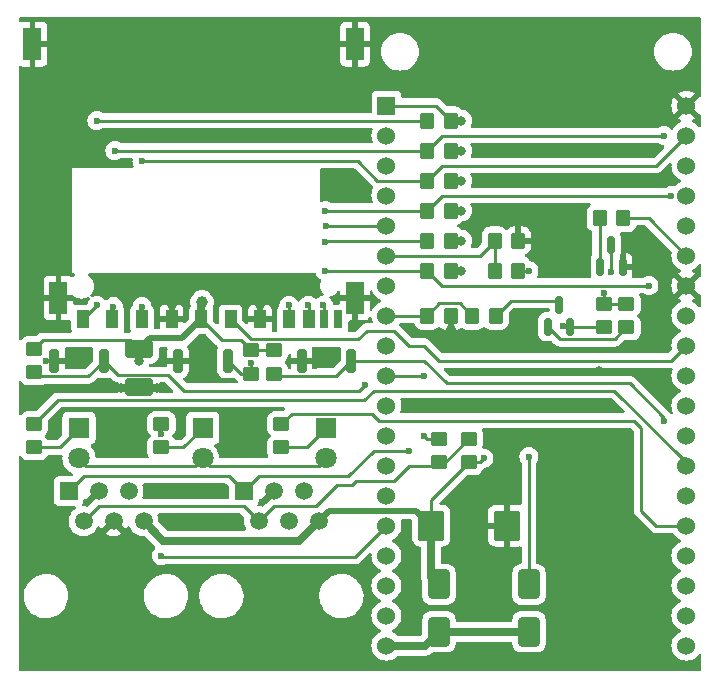
<source format=gbr>
%TF.GenerationSoftware,KiCad,Pcbnew,7.0.8*%
%TF.CreationDate,2023-10-30T20:54:43-05:00*%
%TF.ProjectId,fujinet-adam-devkit-smd,66756a69-6e65-4742-9d61-64616d2d6465,rev?*%
%TF.SameCoordinates,Original*%
%TF.FileFunction,Copper,L1,Top*%
%TF.FilePolarity,Positive*%
%FSLAX46Y46*%
G04 Gerber Fmt 4.6, Leading zero omitted, Abs format (unit mm)*
G04 Created by KiCad (PCBNEW 7.0.8) date 2023-10-30 20:54:43*
%MOMM*%
%LPD*%
G01*
G04 APERTURE LIST*
G04 Aperture macros list*
%AMRoundRect*
0 Rectangle with rounded corners*
0 $1 Rounding radius*
0 $2 $3 $4 $5 $6 $7 $8 $9 X,Y pos of 4 corners*
0 Add a 4 corners polygon primitive as box body*
4,1,4,$2,$3,$4,$5,$6,$7,$8,$9,$2,$3,0*
0 Add four circle primitives for the rounded corners*
1,1,$1+$1,$2,$3*
1,1,$1+$1,$4,$5*
1,1,$1+$1,$6,$7*
1,1,$1+$1,$8,$9*
0 Add four rect primitives between the rounded corners*
20,1,$1+$1,$2,$3,$4,$5,0*
20,1,$1+$1,$4,$5,$6,$7,0*
20,1,$1+$1,$6,$7,$8,$9,0*
20,1,$1+$1,$8,$9,$2,$3,0*%
G04 Aperture macros list end*
%TA.AperFunction,SMDPad,CuDef*%
%ADD10RoundRect,0.250000X0.450000X-0.350000X0.450000X0.350000X-0.450000X0.350000X-0.450000X-0.350000X0*%
%TD*%
%TA.AperFunction,SMDPad,CuDef*%
%ADD11RoundRect,0.150000X0.150000X-0.587500X0.150000X0.587500X-0.150000X0.587500X-0.150000X-0.587500X0*%
%TD*%
%TA.AperFunction,SMDPad,CuDef*%
%ADD12RoundRect,0.250000X-0.350000X-0.450000X0.350000X-0.450000X0.350000X0.450000X-0.350000X0.450000X0*%
%TD*%
%TA.AperFunction,SMDPad,CuDef*%
%ADD13RoundRect,0.200000X0.200000X0.800000X-0.200000X0.800000X-0.200000X-0.800000X0.200000X-0.800000X0*%
%TD*%
%TA.AperFunction,ComponentPad*%
%ADD14R,1.520000X1.520000*%
%TD*%
%TA.AperFunction,ComponentPad*%
%ADD15C,1.520000*%
%TD*%
%TA.AperFunction,SMDPad,CuDef*%
%ADD16R,1.000000X1.500000*%
%TD*%
%TA.AperFunction,SMDPad,CuDef*%
%ADD17R,0.700000X1.500000*%
%TD*%
%TA.AperFunction,SMDPad,CuDef*%
%ADD18R,1.500000X2.800000*%
%TD*%
%TA.AperFunction,SMDPad,CuDef*%
%ADD19RoundRect,0.250000X0.350000X0.450000X-0.350000X0.450000X-0.350000X-0.450000X0.350000X-0.450000X0*%
%TD*%
%TA.AperFunction,SMDPad,CuDef*%
%ADD20RoundRect,0.250000X0.650000X-1.000000X0.650000X1.000000X-0.650000X1.000000X-0.650000X-1.000000X0*%
%TD*%
%TA.AperFunction,ComponentPad*%
%ADD21R,1.530000X1.530000*%
%TD*%
%TA.AperFunction,ComponentPad*%
%ADD22C,1.530000*%
%TD*%
%TA.AperFunction,SMDPad,CuDef*%
%ADD23RoundRect,0.250000X-0.875000X-1.025000X0.875000X-1.025000X0.875000X1.025000X-0.875000X1.025000X0*%
%TD*%
%TA.AperFunction,SMDPad,CuDef*%
%ADD24RoundRect,0.250001X-0.924999X0.499999X-0.924999X-0.499999X0.924999X-0.499999X0.924999X0.499999X0*%
%TD*%
%TA.AperFunction,ComponentPad*%
%ADD25R,1.800000X1.800000*%
%TD*%
%TA.AperFunction,ComponentPad*%
%ADD26C,1.800000*%
%TD*%
%TA.AperFunction,SMDPad,CuDef*%
%ADD27RoundRect,0.250000X-0.450000X0.350000X-0.450000X-0.350000X0.450000X-0.350000X0.450000X0.350000X0*%
%TD*%
%TA.AperFunction,SMDPad,CuDef*%
%ADD28RoundRect,0.250000X-0.650000X1.000000X-0.650000X-1.000000X0.650000X-1.000000X0.650000X1.000000X0*%
%TD*%
%TA.AperFunction,ViaPad*%
%ADD29C,0.800000*%
%TD*%
%TA.AperFunction,ViaPad*%
%ADD30C,1.000000*%
%TD*%
%TA.AperFunction,ViaPad*%
%ADD31C,0.600000*%
%TD*%
%TA.AperFunction,Conductor*%
%ADD32C,0.250000*%
%TD*%
%TA.AperFunction,Conductor*%
%ADD33C,0.500000*%
%TD*%
%TA.AperFunction,Conductor*%
%ADD34C,0.700000*%
%TD*%
G04 APERTURE END LIST*
D10*
%TO.P,R21,1*%
%TO.N,/IO14{slash}TMS*%
X101600000Y-107045000D03*
%TO.P,R21,2*%
%TO.N,+3.3V*%
X101600000Y-105045000D03*
%TD*%
D11*
%TO.P,Q2,1,B*%
%TO.N,Net-(Q2-B)*%
X145100000Y-103172500D03*
%TO.P,Q2,2,E*%
%TO.N,Net-(D5-K)*%
X147000000Y-103172500D03*
%TO.P,Q2,3,C*%
%TO.N,Net-(Q2-C)*%
X146050000Y-101297500D03*
%TD*%
D10*
%TO.P,R10,1*%
%TO.N,/ADAMNET_5V*%
X138430000Y-114665000D03*
%TO.P,R10,2*%
%TO.N,/ADAMNET_RESET*%
X138430000Y-112665000D03*
%TD*%
D12*
%TO.P,R1,1*%
%TO.N,/IO5{slash}SPI_CS*%
X134890000Y-88265000D03*
%TO.P,R1,2*%
%TO.N,+3.3V*%
X136890000Y-88265000D03*
%TD*%
D13*
%TO.P,SW3,1,A*%
%TO.N,/IO14{slash}TMS*%
X107510000Y-106045000D03*
%TO.P,SW3,2,B*%
%TO.N,GND*%
X103310000Y-106045000D03*
%TD*%
D14*
%TO.P,J1,1*%
%TO.N,/ADAMNET_DATA*%
X119380000Y-117094000D03*
D15*
%TO.P,J1,2*%
%TO.N,/ADAMNET_RESET*%
X120650000Y-119634000D03*
%TO.P,J1,3*%
%TO.N,GND*%
X121920000Y-117094000D03*
%TO.P,J1,4*%
X123190000Y-119634000D03*
%TO.P,J1,5*%
X124460000Y-117094000D03*
%TO.P,J1,6*%
%TO.N,/ADAMNET_5V*%
X125730000Y-119634000D03*
%TD*%
D10*
%TO.P,R20,1*%
%TO.N,/IO34*%
X120015000Y-107172000D03*
%TO.P,R20,2*%
%TO.N,+3.3V*%
X120015000Y-105172000D03*
%TD*%
D12*
%TO.P,R4,1*%
%TO.N,/IO15{slash}TDO*%
X134890000Y-98425000D03*
%TO.P,R4,2*%
%TO.N,+3.3V*%
X136890000Y-98425000D03*
%TD*%
D16*
%TO.P,J3,1,CD/DAT3*%
%TO.N,/IO5{slash}SPI_CS*%
X108248000Y-102548000D03*
%TO.P,J3,2,CMD*%
%TO.N,/IO23{slash}SPI_MOSI*%
X110748000Y-102548000D03*
%TO.P,J3,3,VSS*%
%TO.N,GND*%
X113248000Y-102548000D03*
%TO.P,J3,4,VDD*%
%TO.N,+3.3V*%
X115748000Y-102548000D03*
%TO.P,J3,5,CLK*%
%TO.N,/IO18{slash}SPI_CLK*%
X118248000Y-102548000D03*
%TO.P,J3,6,VSS*%
%TO.N,GND*%
X120748000Y-102548000D03*
%TO.P,J3,7,DAT0*%
%TO.N,/IO19{slash}SPI_MISO*%
X123178000Y-102548000D03*
%TO.P,J3,8,DAT1*%
%TO.N,Net-(J3-DAT1)*%
X124878000Y-102548000D03*
%TO.P,J3,9,DAT2*%
%TO.N,Net-(J3-DAT2)*%
X105748000Y-102548000D03*
D17*
%TO.P,J3,10,CARD_DETECT*%
%TO.N,/IO15{slash}TDO*%
X126178000Y-102548000D03*
%TO.P,J3,11,WRITE_PROTECT*%
%TO.N,unconnected-(J3-WRITE_PROTECT-Pad11)*%
X127378000Y-102548000D03*
D18*
%TO.P,J3,12,SHELL1*%
%TO.N,GND*%
X128773000Y-100748000D03*
X128773000Y-79248000D03*
X103673000Y-100748000D03*
X101473000Y-79248000D03*
%TD*%
D19*
%TO.P,R12,1*%
%TO.N,/ADAMNET_5V*%
X142605000Y-98425000D03*
%TO.P,R12,2*%
%TO.N,Net-(U1-IO35)*%
X140605000Y-98425000D03*
%TD*%
D12*
%TO.P,R14,1*%
%TO.N,Net-(Q1-B)*%
X149495000Y-93980000D03*
%TO.P,R14,2*%
%TO.N,/IO21{slash}ADAMNET_TX*%
X151495000Y-93980000D03*
%TD*%
D11*
%TO.P,Q1,1,B*%
%TO.N,Net-(Q1-B)*%
X149545000Y-98092500D03*
%TO.P,Q1,2,E*%
%TO.N,GND*%
X151445000Y-98092500D03*
%TO.P,Q1,3,C*%
%TO.N,Net-(Q1-C)*%
X150495000Y-96217500D03*
%TD*%
D12*
%TO.P,R17,1*%
%TO.N,/ADAMNET_DATA*%
X134890000Y-102235000D03*
%TO.P,R17,2*%
%TO.N,GND*%
X136890000Y-102235000D03*
%TD*%
D20*
%TO.P,D4,1,K*%
%TO.N,+5V*%
X135890000Y-129000000D03*
%TO.P,D4,2,A*%
%TO.N,/ADAMNET_5V*%
X135890000Y-125000000D03*
%TD*%
D13*
%TO.P,SW1,1,A*%
%TO.N,/IO0*%
X128465000Y-106045000D03*
%TO.P,SW1,2,B*%
%TO.N,GND*%
X124265000Y-106045000D03*
%TD*%
D21*
%TO.P,U1,1,3V3*%
%TO.N,+3.3V*%
X131445000Y-84455000D03*
D22*
%TO.P,U1,2,EN*%
%TO.N,unconnected-(U1-EN-Pad2)*%
X131445000Y-86995000D03*
%TO.P,U1,3,SENSOR_VP*%
%TO.N,unconnected-(U1-SENSOR_VP-Pad3)*%
X131445000Y-89535000D03*
%TO.P,U1,4,SENSOR_VN*%
%TO.N,unconnected-(U1-SENSOR_VN-Pad4)*%
X131445000Y-92075000D03*
%TO.P,U1,5,IO34*%
%TO.N,/IO34*%
X131445000Y-94615000D03*
%TO.P,U1,6,IO35*%
%TO.N,Net-(U1-IO35)*%
X131445000Y-97155000D03*
%TO.P,U1,7,IO32*%
%TO.N,unconnected-(U1-IO32-Pad7)*%
X131445000Y-99695000D03*
%TO.P,U1,8,IO33*%
%TO.N,/ADAMNET_DATA*%
X131445000Y-102235000D03*
%TO.P,U1,9,IO25*%
%TO.N,unconnected-(U1-IO25-Pad9)*%
X131445000Y-104775000D03*
%TO.P,U1,10,IO26*%
%TO.N,Net-(U1-IO26)*%
X131445000Y-107315000D03*
%TO.P,U1,11,IO27*%
%TO.N,unconnected-(U1-IO27-Pad11)*%
X131445000Y-109855000D03*
%TO.P,U1,12,IO14*%
%TO.N,/IO14{slash}TMS*%
X131445000Y-112395000D03*
%TO.P,U1,13,IO12*%
%TO.N,unconnected-(U1-IO12-Pad13)*%
X131445000Y-114935000D03*
%TO.P,U1,14,GND1*%
%TO.N,GND*%
X131445000Y-117475000D03*
%TO.P,U1,15,IO13*%
%TO.N,/IO13{slash}LED3{slash}TCK*%
X131445000Y-120015000D03*
%TO.P,U1,16,SD2*%
%TO.N,unconnected-(U1-SD2-Pad16)*%
X131445000Y-122555000D03*
%TO.P,U1,17,SD3*%
%TO.N,unconnected-(U1-SD3-Pad17)*%
X131445000Y-125095000D03*
%TO.P,U1,18,CMD*%
%TO.N,unconnected-(U1-CMD-Pad18)*%
X131445000Y-127635000D03*
%TO.P,U1,19,EXT_5V*%
%TO.N,+5V*%
X131445000Y-130175000D03*
%TO.P,U1,20,CLK*%
%TO.N,unconnected-(U1-CLK-Pad20)*%
X156845000Y-130175000D03*
%TO.P,U1,21,SD0*%
%TO.N,unconnected-(U1-SD0-Pad21)*%
X156845000Y-127635000D03*
%TO.P,U1,22,SD1*%
%TO.N,unconnected-(U1-SD1-Pad22)*%
X156845000Y-125095000D03*
%TO.P,U1,23,IO15*%
%TO.N,/IO15{slash}TDO*%
X156845000Y-122555000D03*
%TO.P,U1,24,IO2*%
%TO.N,/IO2{slash}LED1*%
X156845000Y-120015000D03*
%TO.P,U1,25,IO0*%
%TO.N,/IO0*%
X156845000Y-117475000D03*
%TO.P,U1,26,IO4*%
%TO.N,/IO4{slash}LED2*%
X156845000Y-114935000D03*
%TO.P,U1,27,IO16*%
%TO.N,unconnected-(U1-IO16-Pad27)*%
X156845000Y-112395000D03*
%TO.P,U1,28,IO17*%
%TO.N,unconnected-(U1-IO17-Pad28)*%
X156845000Y-109855000D03*
%TO.P,U1,29,IO5*%
%TO.N,/IO5{slash}SPI_CS*%
X156845000Y-107315000D03*
%TO.P,U1,30,IO18*%
%TO.N,/IO18{slash}SPI_CLK*%
X156845000Y-104775000D03*
%TO.P,U1,31,IO19*%
%TO.N,/IO19{slash}SPI_MISO*%
X156845000Y-102235000D03*
%TO.P,U1,32,GND2*%
%TO.N,GND*%
X156845000Y-99695000D03*
%TO.P,U1,33,IO21*%
%TO.N,/IO21{slash}ADAMNET_TX*%
X156845000Y-97155000D03*
%TO.P,U1,34,RXD0*%
%TO.N,unconnected-(U1-RXD0-Pad34)*%
X156845000Y-94615000D03*
%TO.P,U1,35,TXD0*%
%TO.N,unconnected-(U1-TXD0-Pad35)*%
X156845000Y-92075000D03*
%TO.P,U1,36,IO22*%
%TO.N,unconnected-(U1-IO22-Pad36)*%
X156845000Y-89535000D03*
%TO.P,U1,37,IO23*%
%TO.N,/IO23{slash}SPI_MOSI*%
X156845000Y-86995000D03*
%TO.P,U1,38,GND3*%
%TO.N,GND*%
X156845000Y-84455000D03*
%TD*%
D23*
%TO.P,C2,1*%
%TO.N,/ADAMNET_5V*%
X135230000Y-120015000D03*
%TO.P,C2,2*%
%TO.N,GND*%
X141630000Y-120015000D03*
%TD*%
D13*
%TO.P,SW2,1,A*%
%TO.N,/IO34*%
X117987500Y-106045000D03*
%TO.P,SW2,2,B*%
%TO.N,GND*%
X113787500Y-106045000D03*
%TD*%
D24*
%TO.P,C1,1*%
%TO.N,+3.3V*%
X110490000Y-105055000D03*
%TO.P,C1,2*%
%TO.N,GND*%
X110490000Y-108305000D03*
%TD*%
D25*
%TO.P,D2,1,K*%
%TO.N,Net-(D2-K)*%
X115887500Y-111755000D03*
D26*
%TO.P,D2,2,A*%
%TO.N,+3.3V*%
X115887500Y-114295000D03*
%TD*%
D10*
%TO.P,R8,1*%
%TO.N,Net-(D2-K)*%
X112395000Y-113395000D03*
%TO.P,R8,2*%
%TO.N,/IO13{slash}LED3{slash}TCK*%
X112395000Y-111395000D03*
%TD*%
%TO.P,R19,1*%
%TO.N,/IO0*%
X121920000Y-107172000D03*
%TO.P,R19,2*%
%TO.N,+3.3V*%
X121920000Y-105172000D03*
%TD*%
D12*
%TO.P,R5,1*%
%TO.N,Net-(J3-DAT1)*%
X134890000Y-95885000D03*
%TO.P,R5,2*%
%TO.N,+3.3V*%
X136890000Y-95885000D03*
%TD*%
D19*
%TO.P,R18,1*%
%TO.N,Net-(Q2-C)*%
X140700000Y-102235000D03*
%TO.P,R18,2*%
%TO.N,/ADAMNET_DATA*%
X138700000Y-102235000D03*
%TD*%
D10*
%TO.P,R7,1*%
%TO.N,Net-(D1-K)*%
X122555000Y-113395000D03*
%TO.P,R7,2*%
%TO.N,/IO2{slash}LED1*%
X122555000Y-111395000D03*
%TD*%
D14*
%TO.P,J2,1*%
%TO.N,/ADAMNET_DATA*%
X104526000Y-117094000D03*
D15*
%TO.P,J2,2*%
%TO.N,/ADAMNET_RESET*%
X105796000Y-119634000D03*
%TO.P,J2,3*%
%TO.N,GND*%
X107066000Y-117094000D03*
%TO.P,J2,4*%
X108336000Y-119634000D03*
%TO.P,J2,5*%
X109606000Y-117094000D03*
%TO.P,J2,6*%
%TO.N,/ADAMNET_5V*%
X110876000Y-119634000D03*
%TD*%
D10*
%TO.P,R9,1*%
%TO.N,Net-(D3-K)*%
X101600000Y-113395000D03*
%TO.P,R9,2*%
%TO.N,/IO4{slash}LED2*%
X101600000Y-111395000D03*
%TD*%
D12*
%TO.P,R6,1*%
%TO.N,Net-(J3-DAT2)*%
X134890000Y-85725000D03*
%TO.P,R6,2*%
%TO.N,+3.3V*%
X136890000Y-85725000D03*
%TD*%
D10*
%TO.P,R16,1*%
%TO.N,Net-(Q2-B)*%
X151765000Y-103235000D03*
%TO.P,R16,2*%
%TO.N,Net-(Q1-C)*%
X151765000Y-101235000D03*
%TD*%
D27*
%TO.P,R15,1*%
%TO.N,Net-(Q1-C)*%
X149860000Y-101235000D03*
%TO.P,R15,2*%
%TO.N,Net-(D5-K)*%
X149860000Y-103235000D03*
%TD*%
D10*
%TO.P,R11,1*%
%TO.N,/ADAMNET_RESET*%
X135890000Y-114665000D03*
%TO.P,R11,2*%
%TO.N,Net-(U1-IO26)*%
X135890000Y-112665000D03*
%TD*%
D25*
%TO.P,D1,1,K*%
%TO.N,Net-(D1-K)*%
X126365000Y-111755000D03*
D26*
%TO.P,D1,2,A*%
%TO.N,+3.3V*%
X126365000Y-114295000D03*
%TD*%
D28*
%TO.P,D5,1,K*%
%TO.N,Net-(D5-K)*%
X143510000Y-125000000D03*
%TO.P,D5,2,A*%
%TO.N,+5V*%
X143510000Y-129000000D03*
%TD*%
D25*
%TO.P,D3,1,K*%
%TO.N,Net-(D3-K)*%
X105410000Y-111760000D03*
D26*
%TO.P,D3,2,A*%
%TO.N,+3.3V*%
X105410000Y-114300000D03*
%TD*%
D12*
%TO.P,R3,1*%
%TO.N,/IO19{slash}SPI_MISO*%
X134890000Y-93345000D03*
%TO.P,R3,2*%
%TO.N,+3.3V*%
X136890000Y-93345000D03*
%TD*%
D19*
%TO.P,R13,1*%
%TO.N,GND*%
X142605000Y-95885000D03*
%TO.P,R13,2*%
%TO.N,Net-(U1-IO35)*%
X140605000Y-95885000D03*
%TD*%
D12*
%TO.P,R2,1*%
%TO.N,/IO23{slash}SPI_MOSI*%
X134890000Y-90805000D03*
%TO.P,R2,2*%
%TO.N,+3.3V*%
X136890000Y-90805000D03*
%TD*%
D29*
%TO.N,+3.3V*%
X137795000Y-85725000D03*
D30*
X115824000Y-101092000D03*
D29*
X110490000Y-106045000D03*
X137795000Y-95885000D03*
X137795000Y-88265000D03*
X137795000Y-90805000D03*
X137795000Y-93345000D03*
X137795000Y-98425000D03*
D31*
%TO.N,/ADAMNET_5V*%
X139700000Y-114300000D03*
X143510000Y-98425000D03*
%TO.N,Net-(D5-K)*%
X143510000Y-114173000D03*
X146431000Y-103124000D03*
D29*
%TO.N,GND*%
X149479000Y-106934000D03*
X115062000Y-117094000D03*
D30*
X136906000Y-103505000D03*
D29*
X146050000Y-90678000D03*
D31*
X113157000Y-106045000D03*
D29*
X109728000Y-112395000D03*
D31*
X123571000Y-106045000D03*
D29*
X120777000Y-101346000D03*
D31*
X102616000Y-106045000D03*
D29*
X146050000Y-88138000D03*
X127381000Y-91186000D03*
X128778000Y-102997000D03*
X119888000Y-112395000D03*
X115189000Y-119888000D03*
X112014000Y-108331000D03*
D30*
X142621000Y-94234000D03*
D29*
X108966000Y-108331000D03*
D30*
X152781000Y-98044000D03*
D29*
X113284000Y-101346000D03*
X149479000Y-109855000D03*
D31*
%TO.N,/ADAMNET_DATA*%
X133350000Y-113665000D03*
%TO.N,Net-(J3-DAT1)*%
X126238000Y-96012000D03*
X124841000Y-101346000D03*
%TO.N,/IO5{slash}SPI_CS*%
X108331000Y-101473000D03*
X154940000Y-86995000D03*
X108458000Y-88265000D03*
%TO.N,/IO23{slash}SPI_MOSI*%
X110744000Y-89154000D03*
X110744000Y-101473000D03*
%TO.N,/IO19{slash}SPI_MISO*%
X126238000Y-93345000D03*
X155575000Y-92075000D03*
X123190000Y-101346000D03*
%TO.N,Net-(J3-DAT2)*%
X106934000Y-85725000D03*
X106934000Y-101346000D03*
%TO.N,/IO15{slash}TDO*%
X153670000Y-99695000D03*
X126111000Y-101346000D03*
X126238000Y-98425000D03*
%TO.N,Net-(Q1-C)*%
X150495000Y-98551752D03*
X149860000Y-100330000D03*
%TO.N,/IO13{slash}LED3{slash}TCK*%
X112395000Y-122555000D03*
X112395000Y-112295500D03*
%TO.N,Net-(U1-IO26)*%
X134620000Y-112395000D03*
X134620000Y-107315000D03*
%TO.N,/IO0*%
X154940000Y-111125000D03*
%TO.N,/IO34*%
X126301500Y-94678500D03*
X120015000Y-106271500D03*
%TO.N,/IO14{slash}TMS*%
X129641600Y-108077000D03*
%TD*%
D32*
%TO.N,/IO14{slash}TMS*%
X114300000Y-108585000D02*
X112945000Y-107230000D01*
X129133600Y-108585000D02*
X114300000Y-108585000D01*
X129641600Y-108077000D02*
X129133600Y-108585000D01*
X108695000Y-107230000D02*
X107510000Y-106045000D01*
X112945000Y-107230000D02*
X108695000Y-107230000D01*
%TO.N,Net-(D1-K)*%
X124725000Y-113395000D02*
X126365000Y-111755000D01*
X122555000Y-113395000D02*
X124725000Y-113395000D01*
%TO.N,+3.3V*%
X101600000Y-105045000D02*
X102339999Y-104305001D01*
X136890000Y-98425000D02*
X137795000Y-98425000D01*
X135620000Y-84455000D02*
X136890000Y-85725000D01*
X137795000Y-88265000D02*
X136890000Y-88265000D01*
D33*
X111386000Y-104159000D02*
X110490000Y-105055000D01*
D32*
X106043778Y-114933778D02*
X115248722Y-114933778D01*
X115887500Y-114295000D02*
X116521278Y-114928778D01*
D34*
X115748000Y-101168000D02*
X115748000Y-102548000D01*
D32*
X109740001Y-104305001D02*
X110490000Y-105055000D01*
X125731222Y-114928778D02*
X126365000Y-114295000D01*
D33*
X110490000Y-105055000D02*
X110490000Y-106045000D01*
D34*
X115824000Y-101092000D02*
X115748000Y-101168000D01*
D32*
X102339999Y-104305001D02*
X109740001Y-104305001D01*
X115248722Y-114933778D02*
X115887500Y-114295000D01*
X136890000Y-93345000D02*
X137795000Y-93345000D01*
X116521278Y-114928778D02*
X125731222Y-114928778D01*
X131445000Y-84455000D02*
X135620000Y-84455000D01*
X117505000Y-104305000D02*
X115748000Y-102548000D01*
X119148000Y-104305000D02*
X117505000Y-104305000D01*
D33*
X114137000Y-104159000D02*
X111386000Y-104159000D01*
D32*
X136890000Y-95885000D02*
X137795000Y-95885000D01*
X136890000Y-85725000D02*
X137795000Y-85725000D01*
X121920000Y-105172000D02*
X120015000Y-105172000D01*
X105410000Y-114300000D02*
X106043778Y-114933778D01*
D33*
X114137000Y-104159000D02*
X115748000Y-102548000D01*
D32*
X119148000Y-104305000D02*
X120015000Y-105172000D01*
X136890000Y-90805000D02*
X137795000Y-90805000D01*
%TO.N,Net-(D2-K)*%
X112395000Y-113395000D02*
X114247500Y-113395000D01*
X114247500Y-113395000D02*
X115887500Y-111755000D01*
%TO.N,Net-(D3-K)*%
X101600000Y-113395000D02*
X103775000Y-113395000D01*
X103775000Y-113395000D02*
X105410000Y-111760000D01*
D34*
%TO.N,+5V*%
X143478000Y-129032000D02*
X135922000Y-129032000D01*
X131445000Y-130175000D02*
X134715000Y-130175000D01*
X134715000Y-130175000D02*
X135890000Y-129000000D01*
X143510000Y-129000000D02*
X143478000Y-129032000D01*
%TO.N,/ADAMNET_5V*%
X124079000Y-121285000D02*
X112527000Y-121285000D01*
D33*
X128315827Y-118745000D02*
X133960000Y-118745000D01*
D32*
X138430000Y-114665000D02*
X139335000Y-114665000D01*
X135230000Y-117865000D02*
X138430000Y-114665000D01*
D33*
X125730000Y-119634000D02*
X126610000Y-118754000D01*
D34*
X135230000Y-120015000D02*
X135230000Y-124340000D01*
D33*
X128306827Y-118754000D02*
X128315827Y-118745000D01*
X133960000Y-118745000D02*
X135230000Y-120015000D01*
D34*
X135230000Y-124340000D02*
X135890000Y-125000000D01*
X112527000Y-121285000D02*
X110876000Y-119634000D01*
D32*
X135230000Y-120015000D02*
X135230000Y-117865000D01*
X143510000Y-98425000D02*
X142605000Y-98425000D01*
D33*
X126610000Y-118754000D02*
X128306827Y-118754000D01*
D34*
X125730000Y-119634000D02*
X124079000Y-121285000D01*
D32*
X139335000Y-114665000D02*
X139700000Y-114300000D01*
%TO.N,Net-(D5-K)*%
X143510000Y-114173000D02*
X143510000Y-125000000D01*
X146431000Y-103124000D02*
X146479500Y-103172500D01*
X149860000Y-103235000D02*
X147062500Y-103235000D01*
X146479500Y-103172500D02*
X147000000Y-103172500D01*
D33*
%TO.N,GND*%
X120777000Y-101346000D02*
X120777000Y-102519000D01*
X120777000Y-102519000D02*
X120748000Y-102548000D01*
D32*
X152781000Y-98044000D02*
X151493500Y-98044000D01*
D34*
X108966000Y-108331000D02*
X110464000Y-108331000D01*
D32*
X136906000Y-103505000D02*
X136906000Y-102251000D01*
D34*
X112014000Y-108331000D02*
X110516000Y-108331000D01*
D33*
X113284000Y-101346000D02*
X113284000Y-102512000D01*
D32*
X113157000Y-106045000D02*
X113787500Y-106045000D01*
D33*
X113284000Y-102512000D02*
X113248000Y-102548000D01*
D32*
X142621000Y-94234000D02*
X142621000Y-95869000D01*
X102616000Y-106045000D02*
X103310000Y-106045000D01*
X123571000Y-106045000D02*
X124265000Y-106045000D01*
%TO.N,/ADAMNET_RESET*%
X125476000Y-118364000D02*
X121920000Y-118364000D01*
X119380000Y-118364000D02*
X107066000Y-118364000D01*
X127254000Y-116586000D02*
X125476000Y-118364000D01*
X120650000Y-119634000D02*
X119380000Y-118364000D01*
X135620000Y-114935000D02*
X133339692Y-114935000D01*
X128905000Y-116205000D02*
X128524000Y-116586000D01*
X138430000Y-112665000D02*
X136430000Y-114665000D01*
X128524000Y-116586000D02*
X127254000Y-116586000D01*
X133339692Y-114935000D02*
X132069692Y-116205000D01*
X121920000Y-118364000D02*
X120650000Y-119634000D01*
X107066000Y-118364000D02*
X105796000Y-119634000D01*
X132069692Y-116205000D02*
X128905000Y-116205000D01*
%TO.N,/ADAMNET_DATA*%
X128201154Y-115824000D02*
X120650000Y-115824000D01*
X120650000Y-115824000D02*
X119380000Y-117094000D01*
X104526000Y-117094000D02*
X105796000Y-115824000D01*
X134890000Y-102235000D02*
X135915000Y-101210000D01*
X105796000Y-115824000D02*
X118110000Y-115824000D01*
X130360154Y-113665000D02*
X128201154Y-115824000D01*
X137675000Y-101210000D02*
X138700000Y-102235000D01*
X133350000Y-113665000D02*
X130360154Y-113665000D01*
X118110000Y-115824000D02*
X119380000Y-117094000D01*
X135915000Y-101210000D02*
X137675000Y-101210000D01*
X131445000Y-102235000D02*
X133350000Y-102235000D01*
X133350000Y-102235000D02*
X134890000Y-102235000D01*
%TO.N,Net-(J3-DAT1)*%
X126111000Y-95885000D02*
X134890000Y-95885000D01*
X124878000Y-102548000D02*
X124878000Y-101383000D01*
X124878000Y-101383000D02*
X124841000Y-101346000D01*
%TO.N,/IO5{slash}SPI_CS*%
X108248000Y-102548000D02*
X108248000Y-101556000D01*
X154940000Y-86995000D02*
X136160000Y-86995000D01*
X136160000Y-86995000D02*
X134890000Y-88265000D01*
X108248000Y-101556000D02*
X108331000Y-101473000D01*
X108458000Y-88265000D02*
X134890000Y-88265000D01*
%TO.N,/IO23{slash}SPI_MOSI*%
X134890000Y-90805000D02*
X136160000Y-89535000D01*
X110748000Y-102548000D02*
X110748000Y-101477000D01*
X110744000Y-89154000D02*
X129032000Y-89154000D01*
X129032000Y-89154000D02*
X130683000Y-90805000D01*
X130683000Y-90805000D02*
X134890000Y-90805000D01*
X110748000Y-101477000D02*
X110744000Y-101473000D01*
X154305000Y-89535000D02*
X156845000Y-86995000D01*
X136160000Y-89535000D02*
X154305000Y-89535000D01*
%TO.N,/IO18{slash}SPI_CLK*%
X133339692Y-104775000D02*
X134620000Y-104775000D01*
X119947000Y-104247000D02*
X129022308Y-104247000D01*
X155575000Y-106045000D02*
X156845000Y-104775000D01*
X134620000Y-104775000D02*
X135890000Y-106045000D01*
X132069692Y-103505000D02*
X133339692Y-104775000D01*
X118248000Y-102548000D02*
X119947000Y-104247000D01*
X129022308Y-104247000D02*
X129764308Y-103505000D01*
X135890000Y-106045000D02*
X155575000Y-106045000D01*
X129764308Y-103505000D02*
X132069692Y-103505000D01*
%TO.N,/IO19{slash}SPI_MISO*%
X126238000Y-93345000D02*
X134890000Y-93345000D01*
X155575000Y-92075000D02*
X136160000Y-92075000D01*
X123178000Y-102548000D02*
X123178000Y-101358000D01*
X136160000Y-92075000D02*
X134890000Y-93345000D01*
X123178000Y-101358000D02*
X123190000Y-101346000D01*
%TO.N,Net-(J3-DAT2)*%
X105748000Y-102532000D02*
X106934000Y-101346000D01*
X106934000Y-85725000D02*
X134890000Y-85725000D01*
%TO.N,/IO15{slash}TDO*%
X126238000Y-98425000D02*
X134890000Y-98425000D01*
X153670000Y-99695000D02*
X136160000Y-99695000D01*
X136160000Y-99695000D02*
X134890000Y-98425000D01*
X126178000Y-102548000D02*
X126178000Y-101413000D01*
X126178000Y-101413000D02*
X126111000Y-101346000D01*
%TO.N,Net-(Q1-B)*%
X149495000Y-93980000D02*
X149495000Y-98042500D01*
%TO.N,Net-(Q1-C)*%
X149860000Y-101235000D02*
X149860000Y-100330000D01*
X150495000Y-98551752D02*
X150495000Y-96217500D01*
X151765000Y-101235000D02*
X149860000Y-101235000D01*
%TO.N,Net-(Q2-B)*%
X146162500Y-104235000D02*
X150765000Y-104235000D01*
X145100000Y-103172500D02*
X146162500Y-104235000D01*
X150765000Y-104235000D02*
X151765000Y-103235000D01*
%TO.N,Net-(Q2-C)*%
X141970000Y-100965000D02*
X140700000Y-102235000D01*
X145717500Y-100965000D02*
X141970000Y-100965000D01*
X146050000Y-101297500D02*
X145717500Y-100965000D01*
%TO.N,/IO2{slash}LED1*%
X130215000Y-110530000D02*
X130810000Y-111125000D01*
X153035000Y-111760000D02*
X153035000Y-118745000D01*
X153035000Y-118745000D02*
X154305000Y-120015000D01*
X154305000Y-120015000D02*
X156845000Y-120015000D01*
X122555000Y-111395000D02*
X123420000Y-110530000D01*
X130810000Y-111125000D02*
X152400000Y-111125000D01*
X123420000Y-110530000D02*
X130215000Y-110530000D01*
X152400000Y-111125000D02*
X153035000Y-111760000D01*
%TO.N,/IO13{slash}LED3{slash}TCK*%
X128778000Y-122682000D02*
X131445000Y-120015000D01*
X112395000Y-122555000D02*
X112522000Y-122682000D01*
X112395000Y-111395000D02*
X112395000Y-112295500D01*
X112522000Y-122682000D02*
X128778000Y-122682000D01*
%TO.N,/IO4{slash}LED2*%
X129565154Y-109380000D02*
X130360154Y-108585000D01*
X103615000Y-109380000D02*
X129565154Y-109380000D01*
X156464000Y-114300000D02*
X156845000Y-114300000D01*
X150749000Y-108585000D02*
X156464000Y-114300000D01*
X101600000Y-111395000D02*
X103615000Y-109380000D01*
X130360154Y-108585000D02*
X150749000Y-108585000D01*
%TO.N,Net-(U1-IO26)*%
X135890000Y-112665000D02*
X134890000Y-112665000D01*
X134620000Y-107315000D02*
X131445000Y-107315000D01*
X134890000Y-112665000D02*
X134620000Y-112395000D01*
%TO.N,Net-(U1-IO35)*%
X139335000Y-97155000D02*
X140605000Y-95885000D01*
X131445000Y-97155000D02*
X139335000Y-97155000D01*
X140605000Y-95885000D02*
X140605000Y-98425000D01*
%TO.N,/IO21{slash}ADAMNET_TX*%
X156845000Y-97155000D02*
X153670000Y-93980000D01*
X153670000Y-93980000D02*
X151495000Y-93980000D01*
%TO.N,/IO0*%
X154940000Y-111125000D02*
X154940000Y-110876116D01*
X134620000Y-106045000D02*
X128465000Y-106045000D01*
X136535000Y-107960000D02*
X134620000Y-106045000D01*
X125675000Y-107370000D02*
X125730000Y-107315000D01*
X122118000Y-107370000D02*
X125675000Y-107370000D01*
X152023884Y-107960000D02*
X136535000Y-107960000D01*
X127195000Y-107315000D02*
X128465000Y-106045000D01*
X154940000Y-110876116D02*
X152023884Y-107960000D01*
X125730000Y-107315000D02*
X127195000Y-107315000D01*
%TO.N,/IO34*%
X120015000Y-107172000D02*
X119114500Y-107172000D01*
X120015000Y-107172000D02*
X120015000Y-106271500D01*
X126301500Y-94678500D02*
X126365000Y-94615000D01*
X126365000Y-94615000D02*
X131445000Y-94615000D01*
X119114500Y-107172000D02*
X117987500Y-106045000D01*
%TO.N,/IO14{slash}TMS*%
X106185000Y-107370000D02*
X107510000Y-106045000D01*
X101925000Y-107370000D02*
X106185000Y-107370000D01*
%TD*%
%TA.AperFunction,Conductor*%
%TO.N,GND*%
G36*
X152156587Y-111770185D02*
G01*
X152177229Y-111786819D01*
X152373181Y-111982771D01*
X152406666Y-112044094D01*
X152409500Y-112070452D01*
X152409500Y-118662255D01*
X152407775Y-118677872D01*
X152408061Y-118677899D01*
X152407326Y-118685665D01*
X152409500Y-118754814D01*
X152409500Y-118784343D01*
X152409501Y-118784360D01*
X152410368Y-118791231D01*
X152410826Y-118797050D01*
X152412290Y-118843624D01*
X152412291Y-118843627D01*
X152417880Y-118862867D01*
X152421824Y-118881911D01*
X152424336Y-118901792D01*
X152439468Y-118940013D01*
X152441490Y-118945119D01*
X152443382Y-118950647D01*
X152456211Y-118994804D01*
X152456382Y-118995390D01*
X152459902Y-119001343D01*
X152466580Y-119012634D01*
X152475138Y-119030103D01*
X152482514Y-119048732D01*
X152509898Y-119086423D01*
X152513106Y-119091307D01*
X152536827Y-119131416D01*
X152536833Y-119131424D01*
X152550990Y-119145580D01*
X152563628Y-119160376D01*
X152575405Y-119176586D01*
X152575406Y-119176587D01*
X152611309Y-119206288D01*
X152615620Y-119210210D01*
X153538894Y-120133485D01*
X153804197Y-120398788D01*
X153814022Y-120411051D01*
X153814243Y-120410869D01*
X153819214Y-120416878D01*
X153832332Y-120429196D01*
X153869635Y-120464226D01*
X153890529Y-120485120D01*
X153896011Y-120489373D01*
X153900443Y-120493157D01*
X153934418Y-120525062D01*
X153951976Y-120534714D01*
X153968235Y-120545395D01*
X153984064Y-120557673D01*
X154026838Y-120576182D01*
X154032056Y-120578738D01*
X154072908Y-120601197D01*
X154092316Y-120606180D01*
X154110717Y-120612480D01*
X154129104Y-120620437D01*
X154172488Y-120627308D01*
X154175119Y-120627725D01*
X154180839Y-120628909D01*
X154225981Y-120640500D01*
X154246016Y-120640500D01*
X154265414Y-120642026D01*
X154285194Y-120645159D01*
X154285195Y-120645160D01*
X154285195Y-120645159D01*
X154285196Y-120645160D01*
X154331584Y-120640775D01*
X154337422Y-120640500D01*
X155673539Y-120640500D01*
X155740578Y-120660185D01*
X155775112Y-120693374D01*
X155871868Y-120831555D01*
X156028445Y-120988132D01*
X156209833Y-121115142D01*
X156271828Y-121144050D01*
X156333091Y-121172618D01*
X156385531Y-121218790D01*
X156404683Y-121285983D01*
X156384467Y-121352865D01*
X156333091Y-121397382D01*
X156209836Y-121454856D01*
X156209834Y-121454857D01*
X156028444Y-121581868D01*
X155871868Y-121738444D01*
X155744857Y-121919834D01*
X155744856Y-121919836D01*
X155651279Y-122120513D01*
X155651275Y-122120524D01*
X155593965Y-122334407D01*
X155593964Y-122334414D01*
X155574666Y-122554998D01*
X155574666Y-122555001D01*
X155593964Y-122775585D01*
X155593965Y-122775592D01*
X155651275Y-122989475D01*
X155651279Y-122989486D01*
X155738723Y-123177011D01*
X155744858Y-123190167D01*
X155871868Y-123371555D01*
X156028445Y-123528132D01*
X156209833Y-123655142D01*
X156264570Y-123680666D01*
X156333091Y-123712618D01*
X156385531Y-123758790D01*
X156404683Y-123825983D01*
X156384467Y-123892865D01*
X156333091Y-123937382D01*
X156209836Y-123994856D01*
X156209834Y-123994857D01*
X156028444Y-124121868D01*
X155871868Y-124278444D01*
X155744857Y-124459834D01*
X155744856Y-124459836D01*
X155651279Y-124660513D01*
X155651275Y-124660524D01*
X155593965Y-124874407D01*
X155593964Y-124874414D01*
X155574666Y-125094998D01*
X155574666Y-125095001D01*
X155593964Y-125315585D01*
X155593965Y-125315592D01*
X155651275Y-125529475D01*
X155651279Y-125529486D01*
X155744856Y-125730163D01*
X155744858Y-125730167D01*
X155871868Y-125911555D01*
X156028445Y-126068132D01*
X156209833Y-126195142D01*
X156271828Y-126224050D01*
X156333091Y-126252618D01*
X156385531Y-126298790D01*
X156404683Y-126365983D01*
X156384467Y-126432865D01*
X156333091Y-126477382D01*
X156209836Y-126534856D01*
X156209834Y-126534857D01*
X156028444Y-126661868D01*
X155871868Y-126818444D01*
X155744857Y-126999834D01*
X155744856Y-126999836D01*
X155651279Y-127200513D01*
X155651275Y-127200524D01*
X155593965Y-127414407D01*
X155593964Y-127414414D01*
X155574666Y-127634998D01*
X155574666Y-127635001D01*
X155593964Y-127855585D01*
X155593965Y-127855592D01*
X155651275Y-128069475D01*
X155651279Y-128069486D01*
X155703512Y-128181500D01*
X155744858Y-128270167D01*
X155871868Y-128451555D01*
X156028445Y-128608132D01*
X156209833Y-128735142D01*
X156271828Y-128764050D01*
X156333091Y-128792618D01*
X156385531Y-128838790D01*
X156404683Y-128905983D01*
X156384467Y-128972865D01*
X156333091Y-129017382D01*
X156209836Y-129074856D01*
X156209834Y-129074857D01*
X156028444Y-129201868D01*
X155871868Y-129358444D01*
X155744857Y-129539834D01*
X155744856Y-129539836D01*
X155651279Y-129740513D01*
X155651275Y-129740524D01*
X155593965Y-129954407D01*
X155593964Y-129954414D01*
X155574666Y-130174998D01*
X155574666Y-130175001D01*
X155593964Y-130395585D01*
X155593965Y-130395592D01*
X155651275Y-130609475D01*
X155651279Y-130609486D01*
X155717035Y-130750500D01*
X155744858Y-130810167D01*
X155871868Y-130991555D01*
X156028445Y-131148132D01*
X156209833Y-131275142D01*
X156330572Y-131331443D01*
X156410513Y-131368720D01*
X156410515Y-131368720D01*
X156410520Y-131368723D01*
X156624409Y-131426035D01*
X156781974Y-131439820D01*
X156844998Y-131445334D01*
X156845000Y-131445334D01*
X156845002Y-131445334D01*
X156900147Y-131440509D01*
X157065591Y-131426035D01*
X157279480Y-131368723D01*
X157480167Y-131275142D01*
X157661555Y-131148132D01*
X157818132Y-130991555D01*
X157857926Y-130934722D01*
X157912502Y-130891100D01*
X157982001Y-130883907D01*
X158044355Y-130915429D01*
X158079769Y-130975659D01*
X158083500Y-131005848D01*
X158083500Y-132209500D01*
X158063815Y-132276539D01*
X158011011Y-132322294D01*
X157959500Y-132333500D01*
X100423500Y-132333500D01*
X100356461Y-132313815D01*
X100310706Y-132261011D01*
X100299500Y-132209500D01*
X100299500Y-126052678D01*
X100736737Y-126052678D01*
X100766762Y-126325559D01*
X100766763Y-126325569D01*
X100836202Y-126591178D01*
X100932779Y-126818444D01*
X100943577Y-126843852D01*
X101038773Y-126999836D01*
X101086592Y-127078191D01*
X101086599Y-127078201D01*
X101262199Y-127289207D01*
X101262204Y-127289212D01*
X101262209Y-127289218D01*
X101262216Y-127289224D01*
X101466672Y-127472419D01*
X101466674Y-127472420D01*
X101466677Y-127472423D01*
X101695641Y-127623904D01*
X101944221Y-127740433D01*
X102207119Y-127819527D01*
X102478731Y-127859500D01*
X102478736Y-127859500D01*
X102684552Y-127859500D01*
X102738037Y-127855585D01*
X102889805Y-127844477D01*
X103157775Y-127784784D01*
X103414198Y-127686711D01*
X103653609Y-127552347D01*
X103870904Y-127384557D01*
X104061454Y-127186916D01*
X104221196Y-126963637D01*
X104346727Y-126719479D01*
X104435370Y-126459646D01*
X104485236Y-126189674D01*
X104490242Y-126052678D01*
X110896737Y-126052678D01*
X110926762Y-126325559D01*
X110926763Y-126325569D01*
X110996202Y-126591178D01*
X111092779Y-126818444D01*
X111103577Y-126843852D01*
X111198773Y-126999836D01*
X111246592Y-127078191D01*
X111246599Y-127078201D01*
X111422199Y-127289207D01*
X111422204Y-127289212D01*
X111422209Y-127289218D01*
X111422216Y-127289224D01*
X111626672Y-127472419D01*
X111626674Y-127472420D01*
X111626677Y-127472423D01*
X111855641Y-127623904D01*
X112104221Y-127740433D01*
X112367119Y-127819527D01*
X112638731Y-127859500D01*
X112638736Y-127859500D01*
X112844552Y-127859500D01*
X112898037Y-127855585D01*
X113049805Y-127844477D01*
X113317775Y-127784784D01*
X113574198Y-127686711D01*
X113813609Y-127552347D01*
X114030904Y-127384557D01*
X114221454Y-127186916D01*
X114381196Y-126963637D01*
X114506727Y-126719479D01*
X114595370Y-126459646D01*
X114645236Y-126189674D01*
X114650242Y-126052678D01*
X115590737Y-126052678D01*
X115620762Y-126325559D01*
X115620763Y-126325569D01*
X115690202Y-126591178D01*
X115786779Y-126818444D01*
X115797577Y-126843852D01*
X115892773Y-126999836D01*
X115940592Y-127078191D01*
X115940599Y-127078201D01*
X116116199Y-127289207D01*
X116116204Y-127289212D01*
X116116209Y-127289218D01*
X116116216Y-127289224D01*
X116320672Y-127472419D01*
X116320674Y-127472420D01*
X116320677Y-127472423D01*
X116549641Y-127623904D01*
X116798221Y-127740433D01*
X117061119Y-127819527D01*
X117332731Y-127859500D01*
X117332736Y-127859500D01*
X117538552Y-127859500D01*
X117592037Y-127855585D01*
X117743805Y-127844477D01*
X118011775Y-127784784D01*
X118268198Y-127686711D01*
X118507609Y-127552347D01*
X118724904Y-127384557D01*
X118915454Y-127186916D01*
X119075196Y-126963637D01*
X119200727Y-126719479D01*
X119289370Y-126459646D01*
X119339236Y-126189674D01*
X119344242Y-126052678D01*
X125750737Y-126052678D01*
X125780762Y-126325559D01*
X125780763Y-126325569D01*
X125850202Y-126591178D01*
X125946779Y-126818444D01*
X125957577Y-126843852D01*
X126052773Y-126999836D01*
X126100592Y-127078191D01*
X126100599Y-127078201D01*
X126276199Y-127289207D01*
X126276204Y-127289212D01*
X126276209Y-127289218D01*
X126276216Y-127289224D01*
X126480672Y-127472419D01*
X126480674Y-127472420D01*
X126480677Y-127472423D01*
X126709641Y-127623904D01*
X126958221Y-127740433D01*
X127221119Y-127819527D01*
X127492731Y-127859500D01*
X127492736Y-127859500D01*
X127698552Y-127859500D01*
X127752037Y-127855585D01*
X127903805Y-127844477D01*
X128171775Y-127784784D01*
X128428198Y-127686711D01*
X128667609Y-127552347D01*
X128884904Y-127384557D01*
X129075454Y-127186916D01*
X129235196Y-126963637D01*
X129360727Y-126719479D01*
X129449370Y-126459646D01*
X129499236Y-126189674D01*
X129509262Y-125915320D01*
X129479236Y-125642429D01*
X129409796Y-125376818D01*
X129302423Y-125124148D01*
X129159405Y-124889804D01*
X129146592Y-124874407D01*
X128983800Y-124678792D01*
X128983795Y-124678787D01*
X128983791Y-124678782D01*
X128836123Y-124546470D01*
X128779327Y-124495580D01*
X128779324Y-124495578D01*
X128779323Y-124495577D01*
X128550359Y-124344096D01*
X128301779Y-124227567D01*
X128154362Y-124183216D01*
X128038879Y-124148472D01*
X127905915Y-124128904D01*
X127767269Y-124108500D01*
X127561453Y-124108500D01*
X127561448Y-124108500D01*
X127356195Y-124123523D01*
X127356185Y-124123524D01*
X127088229Y-124183214D01*
X127088224Y-124183216D01*
X126831799Y-124281290D01*
X126592392Y-124415652D01*
X126592387Y-124415655D01*
X126375097Y-124583441D01*
X126375088Y-124583450D01*
X126184549Y-124781080D01*
X126184547Y-124781082D01*
X126024805Y-125004361D01*
X126024802Y-125004366D01*
X125899275Y-125248515D01*
X125899271Y-125248525D01*
X125810632Y-125508344D01*
X125810629Y-125508358D01*
X125760765Y-125778314D01*
X125760763Y-125778334D01*
X125750737Y-126052678D01*
X119344242Y-126052678D01*
X119349262Y-125915320D01*
X119319236Y-125642429D01*
X119249796Y-125376818D01*
X119142423Y-125124148D01*
X118999405Y-124889804D01*
X118986592Y-124874407D01*
X118823800Y-124678792D01*
X118823795Y-124678787D01*
X118823791Y-124678782D01*
X118676123Y-124546470D01*
X118619327Y-124495580D01*
X118619324Y-124495578D01*
X118619323Y-124495577D01*
X118390359Y-124344096D01*
X118141779Y-124227567D01*
X117994362Y-124183216D01*
X117878879Y-124148472D01*
X117745915Y-124128904D01*
X117607269Y-124108500D01*
X117401453Y-124108500D01*
X117401448Y-124108500D01*
X117196195Y-124123523D01*
X117196185Y-124123524D01*
X116928229Y-124183214D01*
X116928224Y-124183216D01*
X116671799Y-124281290D01*
X116432392Y-124415652D01*
X116432387Y-124415655D01*
X116215097Y-124583441D01*
X116215088Y-124583450D01*
X116024549Y-124781080D01*
X116024547Y-124781082D01*
X115864805Y-125004361D01*
X115864802Y-125004366D01*
X115739275Y-125248515D01*
X115739271Y-125248525D01*
X115650632Y-125508344D01*
X115650629Y-125508358D01*
X115600765Y-125778314D01*
X115600763Y-125778334D01*
X115590737Y-126052678D01*
X114650242Y-126052678D01*
X114655262Y-125915320D01*
X114625236Y-125642429D01*
X114555796Y-125376818D01*
X114448423Y-125124148D01*
X114305405Y-124889804D01*
X114292592Y-124874407D01*
X114129800Y-124678792D01*
X114129795Y-124678787D01*
X114129791Y-124678782D01*
X113982123Y-124546470D01*
X113925327Y-124495580D01*
X113925324Y-124495578D01*
X113925323Y-124495577D01*
X113696359Y-124344096D01*
X113447779Y-124227567D01*
X113300362Y-124183216D01*
X113184879Y-124148472D01*
X113051915Y-124128904D01*
X112913269Y-124108500D01*
X112707453Y-124108500D01*
X112707448Y-124108500D01*
X112502195Y-124123523D01*
X112502185Y-124123524D01*
X112234229Y-124183214D01*
X112234224Y-124183216D01*
X111977799Y-124281290D01*
X111738392Y-124415652D01*
X111738387Y-124415655D01*
X111521097Y-124583441D01*
X111521088Y-124583450D01*
X111330549Y-124781080D01*
X111330547Y-124781082D01*
X111170805Y-125004361D01*
X111170802Y-125004366D01*
X111045275Y-125248515D01*
X111045271Y-125248525D01*
X110956632Y-125508344D01*
X110956629Y-125508358D01*
X110906765Y-125778314D01*
X110906763Y-125778334D01*
X110896737Y-126052678D01*
X104490242Y-126052678D01*
X104495262Y-125915320D01*
X104465236Y-125642429D01*
X104395796Y-125376818D01*
X104288423Y-125124148D01*
X104145405Y-124889804D01*
X104132592Y-124874407D01*
X103969800Y-124678792D01*
X103969795Y-124678787D01*
X103969791Y-124678782D01*
X103822123Y-124546470D01*
X103765327Y-124495580D01*
X103765324Y-124495578D01*
X103765323Y-124495577D01*
X103536359Y-124344096D01*
X103287779Y-124227567D01*
X103140362Y-124183216D01*
X103024879Y-124148472D01*
X102891915Y-124128904D01*
X102753269Y-124108500D01*
X102547453Y-124108500D01*
X102547448Y-124108500D01*
X102342195Y-124123523D01*
X102342185Y-124123524D01*
X102074229Y-124183214D01*
X102074224Y-124183216D01*
X101817799Y-124281290D01*
X101578392Y-124415652D01*
X101578387Y-124415655D01*
X101361097Y-124583441D01*
X101361088Y-124583450D01*
X101170549Y-124781080D01*
X101170547Y-124781082D01*
X101010805Y-125004361D01*
X101010802Y-125004366D01*
X100885275Y-125248515D01*
X100885271Y-125248525D01*
X100796632Y-125508344D01*
X100796629Y-125508358D01*
X100746765Y-125778314D01*
X100746763Y-125778334D01*
X100736737Y-126052678D01*
X100299500Y-126052678D01*
X100299500Y-114232952D01*
X100319185Y-114165913D01*
X100371989Y-114120158D01*
X100441147Y-114110214D01*
X100504703Y-114139239D01*
X100529037Y-114167853D01*
X100533615Y-114175275D01*
X100547695Y-114198104D01*
X100557288Y-114213656D01*
X100681344Y-114337712D01*
X100830666Y-114429814D01*
X100997203Y-114484999D01*
X101099991Y-114495500D01*
X102100008Y-114495499D01*
X102100016Y-114495498D01*
X102100019Y-114495498D01*
X102156302Y-114489748D01*
X102202797Y-114484999D01*
X102369334Y-114429814D01*
X102518656Y-114337712D01*
X102642712Y-114213656D01*
X102725519Y-114079402D01*
X102777467Y-114032679D01*
X102831058Y-114020500D01*
X103692257Y-114020500D01*
X103707877Y-114022224D01*
X103707904Y-114021939D01*
X103715660Y-114022671D01*
X103715667Y-114022673D01*
X103784814Y-114020500D01*
X103814350Y-114020500D01*
X103821228Y-114019630D01*
X103827041Y-114019172D01*
X103873627Y-114017709D01*
X103873630Y-114017707D01*
X103874117Y-114017631D01*
X103874506Y-114017681D01*
X103881427Y-114017464D01*
X103881462Y-114018579D01*
X103943411Y-114026581D01*
X103996867Y-114071573D01*
X104017511Y-114138323D01*
X104017101Y-114150335D01*
X104004701Y-114299996D01*
X104004700Y-114300004D01*
X104004700Y-114300006D01*
X104023864Y-114531297D01*
X104023866Y-114531308D01*
X104080842Y-114756300D01*
X104174075Y-114968848D01*
X104301016Y-115163147D01*
X104301019Y-115163151D01*
X104301021Y-115163153D01*
X104458216Y-115333913D01*
X104458219Y-115333915D01*
X104458222Y-115333918D01*
X104641365Y-115476464D01*
X104641371Y-115476468D01*
X104641374Y-115476470D01*
X104845497Y-115586936D01*
X104854121Y-115589896D01*
X104860885Y-115592219D01*
X104917900Y-115632606D01*
X104944030Y-115697405D01*
X104930978Y-115766045D01*
X104882888Y-115816732D01*
X104820621Y-115833500D01*
X103718129Y-115833500D01*
X103718123Y-115833501D01*
X103658516Y-115839908D01*
X103523671Y-115890202D01*
X103523664Y-115890206D01*
X103408455Y-115976452D01*
X103408452Y-115976455D01*
X103322206Y-116091664D01*
X103322202Y-116091671D01*
X103271908Y-116226517D01*
X103265501Y-116286116D01*
X103265500Y-116286135D01*
X103265500Y-117901870D01*
X103265501Y-117901876D01*
X103271908Y-117961483D01*
X103322202Y-118096328D01*
X103322206Y-118096335D01*
X103408452Y-118211544D01*
X103408455Y-118211547D01*
X103523664Y-118297793D01*
X103523671Y-118297797D01*
X103658517Y-118348091D01*
X103658516Y-118348091D01*
X103665444Y-118348835D01*
X103718127Y-118354500D01*
X105032424Y-118354499D01*
X105099463Y-118374184D01*
X105145218Y-118426987D01*
X105155162Y-118496146D01*
X105126137Y-118559702D01*
X105103547Y-118580074D01*
X104982668Y-118664713D01*
X104826713Y-118820668D01*
X104700205Y-119001342D01*
X104700204Y-119001344D01*
X104606994Y-119201235D01*
X104606990Y-119201244D01*
X104549909Y-119414275D01*
X104549907Y-119414285D01*
X104530685Y-119633998D01*
X104530685Y-119634001D01*
X104549907Y-119853714D01*
X104549909Y-119853724D01*
X104606990Y-120066755D01*
X104606995Y-120066769D01*
X104700203Y-120266654D01*
X104700207Y-120266662D01*
X104826712Y-120447330D01*
X104982669Y-120603287D01*
X105163337Y-120729792D01*
X105163339Y-120729793D01*
X105163342Y-120729795D01*
X105166141Y-120731100D01*
X105363230Y-120823004D01*
X105363232Y-120823004D01*
X105363237Y-120823007D01*
X105576280Y-120880092D01*
X105733222Y-120893822D01*
X105795998Y-120899315D01*
X105796000Y-120899315D01*
X105796002Y-120899315D01*
X105853505Y-120894284D01*
X106015720Y-120880092D01*
X106228763Y-120823007D01*
X106428658Y-120729795D01*
X106609329Y-120603288D01*
X106765288Y-120447329D01*
X106891795Y-120266658D01*
X106953895Y-120133481D01*
X107000064Y-120081047D01*
X107067258Y-120061894D01*
X107134139Y-120082109D01*
X107178657Y-120133485D01*
X107240638Y-120266402D01*
X107285694Y-120330750D01*
X107952191Y-119664254D01*
X107952062Y-119665814D01*
X107983195Y-119788755D01*
X108052559Y-119894925D01*
X108152639Y-119972821D01*
X108272589Y-120014000D01*
X108309553Y-120014000D01*
X107639247Y-120684304D01*
X107703593Y-120729359D01*
X107903406Y-120822533D01*
X107903412Y-120822536D01*
X108116365Y-120879597D01*
X108116373Y-120879598D01*
X108335998Y-120898813D01*
X108336002Y-120898813D01*
X108555626Y-120879598D01*
X108555634Y-120879597D01*
X108768587Y-120822536D01*
X108768598Y-120822532D01*
X108968402Y-120729362D01*
X108968410Y-120729358D01*
X109032751Y-120684305D01*
X109032751Y-120684304D01*
X108362448Y-120014000D01*
X108367486Y-120014000D01*
X108461092Y-119998380D01*
X108572628Y-119938020D01*
X108658522Y-119844714D01*
X108709465Y-119728574D01*
X108715178Y-119659624D01*
X109386305Y-120330751D01*
X109431358Y-120266410D01*
X109431362Y-120266402D01*
X109493342Y-120133486D01*
X109539514Y-120081046D01*
X109606707Y-120061894D01*
X109673588Y-120082109D01*
X109718106Y-120133486D01*
X109780203Y-120266654D01*
X109780207Y-120266662D01*
X109906712Y-120447330D01*
X110062669Y-120603287D01*
X110243337Y-120729792D01*
X110243339Y-120729793D01*
X110243342Y-120729795D01*
X110246141Y-120731100D01*
X110443230Y-120823004D01*
X110443232Y-120823004D01*
X110443237Y-120823007D01*
X110656280Y-120880092D01*
X110813222Y-120893822D01*
X110875998Y-120899315D01*
X110881415Y-120899315D01*
X110881415Y-120900436D01*
X110944385Y-120913086D01*
X110974383Y-120935171D01*
X111840886Y-121801674D01*
X111874371Y-121862997D01*
X111869387Y-121932689D01*
X111840886Y-121977036D01*
X111765184Y-122052737D01*
X111669211Y-122205476D01*
X111609631Y-122375745D01*
X111609630Y-122375750D01*
X111589435Y-122554996D01*
X111589435Y-122555003D01*
X111609630Y-122734249D01*
X111609631Y-122734254D01*
X111669211Y-122904523D01*
X111722597Y-122989486D01*
X111765184Y-123057262D01*
X111892738Y-123184816D01*
X111983080Y-123241582D01*
X112037076Y-123275510D01*
X112045478Y-123280789D01*
X112142459Y-123314724D01*
X112215745Y-123340368D01*
X112215750Y-123340369D01*
X112394996Y-123360565D01*
X112395000Y-123360565D01*
X112395004Y-123360565D01*
X112574246Y-123340369D01*
X112574245Y-123340369D01*
X112574255Y-123340368D01*
X112648298Y-123314458D01*
X112689253Y-123307500D01*
X128695257Y-123307500D01*
X128710877Y-123309224D01*
X128710904Y-123308939D01*
X128718660Y-123309671D01*
X128718667Y-123309673D01*
X128787814Y-123307500D01*
X128817350Y-123307500D01*
X128824228Y-123306630D01*
X128830041Y-123306172D01*
X128876627Y-123304709D01*
X128895869Y-123299117D01*
X128914912Y-123295174D01*
X128934792Y-123292664D01*
X128978122Y-123275507D01*
X128983646Y-123273617D01*
X128987396Y-123272527D01*
X129028390Y-123260618D01*
X129045629Y-123250422D01*
X129063103Y-123241862D01*
X129081727Y-123234488D01*
X129081727Y-123234487D01*
X129081732Y-123234486D01*
X129119449Y-123207082D01*
X129124305Y-123203892D01*
X129164420Y-123180170D01*
X129178589Y-123165999D01*
X129193379Y-123153368D01*
X129209587Y-123141594D01*
X129239299Y-123105676D01*
X129243212Y-123101376D01*
X129970686Y-122373902D01*
X130032007Y-122340419D01*
X130101699Y-122345403D01*
X130157632Y-122387275D01*
X130182049Y-122452739D01*
X130181893Y-122472392D01*
X130174666Y-122554997D01*
X130174666Y-122555001D01*
X130193964Y-122775585D01*
X130193965Y-122775592D01*
X130251275Y-122989475D01*
X130251279Y-122989486D01*
X130338723Y-123177011D01*
X130344858Y-123190167D01*
X130471868Y-123371555D01*
X130628445Y-123528132D01*
X130809833Y-123655142D01*
X130864570Y-123680666D01*
X130933091Y-123712618D01*
X130985531Y-123758790D01*
X131004683Y-123825983D01*
X130984467Y-123892865D01*
X130933091Y-123937382D01*
X130809836Y-123994856D01*
X130809834Y-123994857D01*
X130628444Y-124121868D01*
X130471868Y-124278444D01*
X130344857Y-124459834D01*
X130344856Y-124459836D01*
X130251279Y-124660513D01*
X130251275Y-124660524D01*
X130193965Y-124874407D01*
X130193964Y-124874414D01*
X130174666Y-125094998D01*
X130174666Y-125095001D01*
X130193964Y-125315585D01*
X130193965Y-125315592D01*
X130251275Y-125529475D01*
X130251279Y-125529486D01*
X130344856Y-125730163D01*
X130344858Y-125730167D01*
X130471868Y-125911555D01*
X130628445Y-126068132D01*
X130809833Y-126195142D01*
X130871828Y-126224050D01*
X130933091Y-126252618D01*
X130985531Y-126298790D01*
X131004683Y-126365983D01*
X130984467Y-126432865D01*
X130933091Y-126477382D01*
X130809836Y-126534856D01*
X130809834Y-126534857D01*
X130628444Y-126661868D01*
X130471868Y-126818444D01*
X130344857Y-126999834D01*
X130344856Y-126999836D01*
X130251279Y-127200513D01*
X130251275Y-127200524D01*
X130193965Y-127414407D01*
X130193964Y-127414414D01*
X130174666Y-127634998D01*
X130174666Y-127635001D01*
X130193964Y-127855585D01*
X130193965Y-127855592D01*
X130251275Y-128069475D01*
X130251279Y-128069486D01*
X130303512Y-128181500D01*
X130344858Y-128270167D01*
X130471868Y-128451555D01*
X130628445Y-128608132D01*
X130809833Y-128735142D01*
X130871828Y-128764050D01*
X130933091Y-128792618D01*
X130985531Y-128838790D01*
X131004683Y-128905983D01*
X130984467Y-128972865D01*
X130933091Y-129017382D01*
X130809836Y-129074856D01*
X130809834Y-129074857D01*
X130628444Y-129201868D01*
X130471868Y-129358444D01*
X130344857Y-129539834D01*
X130344856Y-129539836D01*
X130251279Y-129740513D01*
X130251275Y-129740524D01*
X130193965Y-129954407D01*
X130193964Y-129954414D01*
X130174666Y-130174998D01*
X130174666Y-130175001D01*
X130193964Y-130395585D01*
X130193965Y-130395592D01*
X130251275Y-130609475D01*
X130251279Y-130609486D01*
X130317035Y-130750500D01*
X130344858Y-130810167D01*
X130471868Y-130991555D01*
X130628445Y-131148132D01*
X130809833Y-131275142D01*
X130930572Y-131331443D01*
X131010513Y-131368720D01*
X131010515Y-131368720D01*
X131010520Y-131368723D01*
X131224409Y-131426035D01*
X131381974Y-131439820D01*
X131444998Y-131445334D01*
X131445000Y-131445334D01*
X131445002Y-131445334D01*
X131500147Y-131440509D01*
X131665591Y-131426035D01*
X131879480Y-131368723D01*
X132080167Y-131275142D01*
X132261555Y-131148132D01*
X132347868Y-131061819D01*
X132409191Y-131028334D01*
X132435549Y-131025500D01*
X134677913Y-131025500D01*
X134682948Y-131025705D01*
X134702562Y-131027301D01*
X134738167Y-131030201D01*
X134818392Y-131019270D01*
X134898910Y-131010514D01*
X134898914Y-131010512D01*
X134900036Y-131010266D01*
X134920307Y-131005515D01*
X134921462Y-131005228D01*
X134921462Y-131005227D01*
X134921468Y-131005227D01*
X134997486Y-130977299D01*
X135074221Y-130951444D01*
X135074227Y-130951439D01*
X135075351Y-130950920D01*
X135094123Y-130941923D01*
X135095112Y-130941433D01*
X135095116Y-130941432D01*
X135163353Y-130897815D01*
X135232736Y-130856070D01*
X135232741Y-130856065D01*
X135233669Y-130855360D01*
X135250076Y-130842533D01*
X135250986Y-130841802D01*
X135250986Y-130841801D01*
X135250989Y-130841800D01*
X135305970Y-130786817D01*
X135367293Y-130753333D01*
X135393652Y-130750499D01*
X136590002Y-130750499D01*
X136590008Y-130750499D01*
X136692797Y-130739999D01*
X136859334Y-130684814D01*
X137008656Y-130592712D01*
X137132712Y-130468656D01*
X137224814Y-130319334D01*
X137279999Y-130152797D01*
X137290500Y-130050009D01*
X137290500Y-130006500D01*
X137310185Y-129939461D01*
X137362989Y-129893706D01*
X137414500Y-129882500D01*
X141985501Y-129882500D01*
X142052540Y-129902185D01*
X142098295Y-129954989D01*
X142109501Y-130006500D01*
X142109501Y-130050018D01*
X142120000Y-130152796D01*
X142120001Y-130152799D01*
X142175185Y-130319331D01*
X142175186Y-130319334D01*
X142267288Y-130468656D01*
X142391344Y-130592712D01*
X142540666Y-130684814D01*
X142707203Y-130739999D01*
X142809991Y-130750500D01*
X144210008Y-130750499D01*
X144312797Y-130739999D01*
X144479334Y-130684814D01*
X144628656Y-130592712D01*
X144752712Y-130468656D01*
X144844814Y-130319334D01*
X144899999Y-130152797D01*
X144910500Y-130050009D01*
X144910499Y-127949992D01*
X144905634Y-127902371D01*
X144899999Y-127847203D01*
X144899998Y-127847200D01*
X144890828Y-127819527D01*
X144844814Y-127680666D01*
X144752712Y-127531344D01*
X144628656Y-127407288D01*
X144479334Y-127315186D01*
X144312797Y-127260001D01*
X144312795Y-127260000D01*
X144210010Y-127249500D01*
X142809998Y-127249500D01*
X142809981Y-127249501D01*
X142707203Y-127260000D01*
X142707200Y-127260001D01*
X142540668Y-127315185D01*
X142540663Y-127315187D01*
X142391342Y-127407289D01*
X142267289Y-127531342D01*
X142175187Y-127680663D01*
X142175185Y-127680668D01*
X142173183Y-127686711D01*
X142120001Y-127847203D01*
X142120001Y-127847204D01*
X142120000Y-127847204D01*
X142109500Y-127949983D01*
X142109500Y-128057500D01*
X142089815Y-128124539D01*
X142037011Y-128170294D01*
X141985500Y-128181500D01*
X137414499Y-128181500D01*
X137347460Y-128161815D01*
X137301705Y-128109011D01*
X137290499Y-128057500D01*
X137290499Y-127949998D01*
X137290498Y-127949981D01*
X137279999Y-127847203D01*
X137279998Y-127847200D01*
X137270828Y-127819527D01*
X137224814Y-127680666D01*
X137132712Y-127531344D01*
X137008656Y-127407288D01*
X136859334Y-127315186D01*
X136692797Y-127260001D01*
X136692795Y-127260000D01*
X136590010Y-127249500D01*
X135189998Y-127249500D01*
X135189981Y-127249501D01*
X135087203Y-127260000D01*
X135087200Y-127260001D01*
X134920668Y-127315185D01*
X134920663Y-127315187D01*
X134771342Y-127407289D01*
X134647289Y-127531342D01*
X134555187Y-127680663D01*
X134555185Y-127680668D01*
X134553183Y-127686711D01*
X134500001Y-127847203D01*
X134500001Y-127847204D01*
X134500000Y-127847204D01*
X134489500Y-127949983D01*
X134489500Y-129146347D01*
X134469815Y-129213386D01*
X134453182Y-129234027D01*
X134399030Y-129288180D01*
X134337707Y-129321666D01*
X134311348Y-129324500D01*
X132435549Y-129324500D01*
X132368510Y-129304815D01*
X132347868Y-129288181D01*
X132261555Y-129201868D01*
X132182263Y-129146347D01*
X132080167Y-129074858D01*
X131956907Y-129017381D01*
X131904468Y-128971210D01*
X131885316Y-128904017D01*
X131905531Y-128837136D01*
X131956908Y-128792618D01*
X132080167Y-128735142D01*
X132261555Y-128608132D01*
X132418132Y-128451555D01*
X132545142Y-128270167D01*
X132638723Y-128069480D01*
X132696035Y-127855591D01*
X132715334Y-127635000D01*
X132696035Y-127414409D01*
X132638723Y-127200520D01*
X132632379Y-127186916D01*
X132581683Y-127078196D01*
X132545142Y-126999833D01*
X132418132Y-126818445D01*
X132261555Y-126661868D01*
X132080167Y-126534858D01*
X131956907Y-126477381D01*
X131904468Y-126431210D01*
X131885316Y-126364017D01*
X131905531Y-126297136D01*
X131956908Y-126252618D01*
X132080167Y-126195142D01*
X132261555Y-126068132D01*
X132418132Y-125911555D01*
X132545142Y-125730167D01*
X132638723Y-125529480D01*
X132696035Y-125315591D01*
X132715334Y-125095000D01*
X132696035Y-124874409D01*
X132638723Y-124660520D01*
X132545142Y-124459833D01*
X132418132Y-124278445D01*
X132261555Y-124121868D01*
X132080167Y-123994858D01*
X131956907Y-123937381D01*
X131904468Y-123891210D01*
X131885316Y-123824017D01*
X131905531Y-123757136D01*
X131956908Y-123712618D01*
X132080167Y-123655142D01*
X132261555Y-123528132D01*
X132418132Y-123371555D01*
X132545142Y-123190167D01*
X132638723Y-122989480D01*
X132696035Y-122775591D01*
X132715334Y-122555000D01*
X132696035Y-122334409D01*
X132638723Y-122120520D01*
X132545142Y-121919833D01*
X132418132Y-121738445D01*
X132261555Y-121581868D01*
X132080167Y-121454858D01*
X131956907Y-121397381D01*
X131904468Y-121351210D01*
X131885316Y-121284017D01*
X131905531Y-121217136D01*
X131956908Y-121172618D01*
X132080167Y-121115142D01*
X132261555Y-120988132D01*
X132418132Y-120831555D01*
X132545142Y-120650167D01*
X132638723Y-120449480D01*
X132696035Y-120235591D01*
X132715334Y-120015000D01*
X132696035Y-119794409D01*
X132657767Y-119651592D01*
X132659430Y-119581744D01*
X132698592Y-119523881D01*
X132762820Y-119496377D01*
X132777542Y-119495500D01*
X133480500Y-119495500D01*
X133547539Y-119515185D01*
X133593294Y-119567989D01*
X133604500Y-119619500D01*
X133604500Y-121090001D01*
X133604501Y-121090018D01*
X133615000Y-121192796D01*
X133615001Y-121192799D01*
X133645228Y-121284017D01*
X133670186Y-121359334D01*
X133762288Y-121508656D01*
X133886344Y-121632712D01*
X134035666Y-121724814D01*
X134202203Y-121779999D01*
X134268103Y-121786731D01*
X134332794Y-121813127D01*
X134372945Y-121870307D01*
X134379500Y-121910089D01*
X134379500Y-124302911D01*
X134379295Y-124307945D01*
X134374798Y-124363163D01*
X134385729Y-124443392D01*
X134394486Y-124523913D01*
X134394710Y-124524930D01*
X134399525Y-124545473D01*
X134399773Y-124546470D01*
X134413359Y-124583450D01*
X134427700Y-124622486D01*
X134446672Y-124678792D01*
X134453557Y-124699223D01*
X134454001Y-124700185D01*
X134463146Y-124719266D01*
X134463567Y-124720116D01*
X134469980Y-124730148D01*
X134489500Y-124796930D01*
X134489500Y-126050001D01*
X134489501Y-126050018D01*
X134500000Y-126152796D01*
X134500001Y-126152799D01*
X134555185Y-126319331D01*
X134555187Y-126319336D01*
X134583353Y-126365000D01*
X134647288Y-126468656D01*
X134771344Y-126592712D01*
X134920666Y-126684814D01*
X135087203Y-126739999D01*
X135189991Y-126750500D01*
X136590008Y-126750499D01*
X136692797Y-126739999D01*
X136859334Y-126684814D01*
X137008656Y-126592712D01*
X137132712Y-126468656D01*
X137224814Y-126319334D01*
X137279999Y-126152797D01*
X137290500Y-126050009D01*
X137290499Y-123949992D01*
X137279999Y-123847203D01*
X137224814Y-123680666D01*
X137132712Y-123531344D01*
X137008656Y-123407288D01*
X136859334Y-123315186D01*
X136692797Y-123260001D01*
X136692795Y-123260000D01*
X136590016Y-123249500D01*
X136590009Y-123249500D01*
X136204500Y-123249500D01*
X136137461Y-123229815D01*
X136091706Y-123177011D01*
X136080500Y-123125500D01*
X136080500Y-121910088D01*
X136100185Y-121843049D01*
X136152989Y-121797294D01*
X136191897Y-121786730D01*
X136257797Y-121779999D01*
X136424334Y-121724814D01*
X136573656Y-121632712D01*
X136697712Y-121508656D01*
X136789814Y-121359334D01*
X136844999Y-121192797D01*
X136855500Y-121090009D01*
X136855499Y-120265000D01*
X140005001Y-120265000D01*
X140005001Y-121089986D01*
X140015494Y-121192697D01*
X140070641Y-121359119D01*
X140070643Y-121359124D01*
X140162684Y-121508345D01*
X140286654Y-121632315D01*
X140435875Y-121724356D01*
X140435880Y-121724358D01*
X140602302Y-121779505D01*
X140602309Y-121779506D01*
X140705019Y-121789999D01*
X141379999Y-121789999D01*
X141880000Y-121789999D01*
X142554972Y-121789999D01*
X142554986Y-121789998D01*
X142657698Y-121779505D01*
X142721494Y-121758365D01*
X142791323Y-121755962D01*
X142851365Y-121791693D01*
X142882558Y-121854213D01*
X142884500Y-121876070D01*
X142884500Y-123129911D01*
X142864815Y-123196950D01*
X142812011Y-123242705D01*
X142773102Y-123253269D01*
X142707202Y-123260001D01*
X142707200Y-123260001D01*
X142540668Y-123315185D01*
X142540663Y-123315187D01*
X142391342Y-123407289D01*
X142267289Y-123531342D01*
X142175187Y-123680663D01*
X142175186Y-123680666D01*
X142120001Y-123847203D01*
X142120001Y-123847204D01*
X142120000Y-123847204D01*
X142109500Y-123949983D01*
X142109500Y-126050001D01*
X142109501Y-126050018D01*
X142120000Y-126152796D01*
X142120001Y-126152799D01*
X142175185Y-126319331D01*
X142175187Y-126319336D01*
X142203353Y-126365000D01*
X142267288Y-126468656D01*
X142391344Y-126592712D01*
X142540666Y-126684814D01*
X142707203Y-126739999D01*
X142809991Y-126750500D01*
X144210008Y-126750499D01*
X144312797Y-126739999D01*
X144479334Y-126684814D01*
X144628656Y-126592712D01*
X144752712Y-126468656D01*
X144844814Y-126319334D01*
X144899999Y-126152797D01*
X144910500Y-126050009D01*
X144910499Y-123949992D01*
X144899999Y-123847203D01*
X144844814Y-123680666D01*
X144752712Y-123531344D01*
X144628656Y-123407288D01*
X144479334Y-123315186D01*
X144312797Y-123260001D01*
X144312794Y-123260000D01*
X144246897Y-123253268D01*
X144182205Y-123226871D01*
X144142054Y-123169690D01*
X144135500Y-123129910D01*
X144135500Y-114717854D01*
X144154507Y-114651881D01*
X144155990Y-114649522D01*
X144196240Y-114585463D01*
X144235788Y-114522524D01*
X144245244Y-114495500D01*
X144295368Y-114352255D01*
X144297007Y-114337710D01*
X144315565Y-114173003D01*
X144315565Y-114172996D01*
X144295369Y-113993750D01*
X144295368Y-113993745D01*
X144280228Y-113950478D01*
X144235789Y-113823478D01*
X144219615Y-113797738D01*
X144148127Y-113683965D01*
X144139816Y-113670738D01*
X144012262Y-113543184D01*
X143966822Y-113514632D01*
X143859523Y-113447211D01*
X143689254Y-113387631D01*
X143689249Y-113387630D01*
X143510004Y-113367435D01*
X143509996Y-113367435D01*
X143330750Y-113387630D01*
X143330745Y-113387631D01*
X143160476Y-113447211D01*
X143007737Y-113543184D01*
X142880184Y-113670737D01*
X142784211Y-113823476D01*
X142724631Y-113993745D01*
X142724630Y-113993750D01*
X142704435Y-114172996D01*
X142704435Y-114173003D01*
X142724630Y-114352249D01*
X142724631Y-114352254D01*
X142784211Y-114522524D01*
X142851079Y-114628942D01*
X142864010Y-114649522D01*
X142865493Y-114651881D01*
X142884500Y-114717854D01*
X142884500Y-118153929D01*
X142864815Y-118220968D01*
X142812011Y-118266723D01*
X142742853Y-118276667D01*
X142721497Y-118271635D01*
X142657701Y-118250495D01*
X142657690Y-118250493D01*
X142554986Y-118240000D01*
X141880000Y-118240000D01*
X141880000Y-121789999D01*
X141379999Y-121789999D01*
X141380000Y-121789998D01*
X141380000Y-120265000D01*
X140005001Y-120265000D01*
X136855499Y-120265000D01*
X136855499Y-119765000D01*
X140005000Y-119765000D01*
X141380000Y-119765000D01*
X141380000Y-118240000D01*
X140705028Y-118240000D01*
X140705012Y-118240001D01*
X140602302Y-118250494D01*
X140435880Y-118305641D01*
X140435875Y-118305643D01*
X140286654Y-118397684D01*
X140162684Y-118521654D01*
X140070643Y-118670875D01*
X140070641Y-118670880D01*
X140015494Y-118837302D01*
X140015493Y-118837309D01*
X140005000Y-118940013D01*
X140005000Y-119765000D01*
X136855499Y-119765000D01*
X136855499Y-118939992D01*
X136852931Y-118914857D01*
X136844999Y-118837203D01*
X136844998Y-118837200D01*
X136836386Y-118811210D01*
X136789814Y-118670666D01*
X136697712Y-118521344D01*
X136573656Y-118397288D01*
X136427951Y-118307417D01*
X136424336Y-118305187D01*
X136424331Y-118305185D01*
X136422862Y-118304698D01*
X136257797Y-118250001D01*
X136257795Y-118250000D01*
X136155016Y-118239500D01*
X136155009Y-118239500D01*
X136039452Y-118239500D01*
X135972413Y-118219815D01*
X135926658Y-118167011D01*
X135916714Y-118097853D01*
X135945739Y-118034297D01*
X135951771Y-118027819D01*
X138177772Y-115801818D01*
X138239095Y-115768333D01*
X138265453Y-115765499D01*
X138930002Y-115765499D01*
X138930008Y-115765499D01*
X139032797Y-115754999D01*
X139199334Y-115699814D01*
X139348656Y-115607712D01*
X139472712Y-115483656D01*
X139564814Y-115334334D01*
X139580381Y-115287352D01*
X139620153Y-115229909D01*
X139638352Y-115217695D01*
X139638727Y-115217488D01*
X139638727Y-115217487D01*
X139638732Y-115217486D01*
X139676449Y-115190082D01*
X139681305Y-115186892D01*
X139721420Y-115163170D01*
X139735589Y-115148999D01*
X139750379Y-115136368D01*
X139766587Y-115124594D01*
X139766590Y-115124590D01*
X139768641Y-115122665D01*
X139770626Y-115121660D01*
X139772905Y-115120005D01*
X139773171Y-115120372D01*
X139830983Y-115091118D01*
X139839625Y-115089832D01*
X139879255Y-115085368D01*
X140049522Y-115025789D01*
X140202262Y-114929816D01*
X140329816Y-114802262D01*
X140425789Y-114649522D01*
X140485368Y-114479255D01*
X140485802Y-114475406D01*
X140505565Y-114300003D01*
X140505565Y-114299996D01*
X140485369Y-114120750D01*
X140485368Y-114120745D01*
X140484562Y-114118441D01*
X140425789Y-113950478D01*
X140329816Y-113797738D01*
X140202262Y-113670184D01*
X140049523Y-113574211D01*
X139879254Y-113514631D01*
X139879249Y-113514630D01*
X139700004Y-113494435D01*
X139699999Y-113494435D01*
X139696989Y-113494774D01*
X139695054Y-113494435D01*
X139693036Y-113494435D01*
X139693036Y-113494081D01*
X139628167Y-113482716D01*
X139576790Y-113435365D01*
X139559168Y-113367754D01*
X139565401Y-113332559D01*
X139619999Y-113167797D01*
X139630500Y-113065009D01*
X139630499Y-112264992D01*
X139626367Y-112224546D01*
X139619999Y-112162203D01*
X139619998Y-112162200D01*
X139610218Y-112132686D01*
X139564814Y-111995666D01*
X139530229Y-111939595D01*
X139511790Y-111872204D01*
X139532713Y-111805541D01*
X139586355Y-111760771D01*
X139635769Y-111750500D01*
X152089548Y-111750500D01*
X152156587Y-111770185D01*
G37*
%TD.AperFunction*%
%TA.AperFunction,Conductor*%
G36*
X119136587Y-119009185D02*
G01*
X119157229Y-119025819D01*
X119383247Y-119251837D01*
X119416732Y-119313160D01*
X119415341Y-119371611D01*
X119403909Y-119414274D01*
X119403907Y-119414285D01*
X119384685Y-119633998D01*
X119384685Y-119634001D01*
X119403907Y-119853714D01*
X119403909Y-119853724D01*
X119460990Y-120066755D01*
X119460995Y-120066769D01*
X119550212Y-120258096D01*
X119560704Y-120327173D01*
X119532184Y-120390957D01*
X119473707Y-120429196D01*
X119437830Y-120434500D01*
X112930651Y-120434500D01*
X112863612Y-120414815D01*
X112842970Y-120398181D01*
X112177171Y-119732382D01*
X112143686Y-119671059D01*
X112141676Y-119639415D01*
X112141315Y-119639415D01*
X112141315Y-119633998D01*
X112129652Y-119500693D01*
X112122092Y-119414280D01*
X112066860Y-119208152D01*
X112065009Y-119201244D01*
X112065006Y-119201235D01*
X112063703Y-119198441D01*
X112048530Y-119165903D01*
X112038039Y-119096828D01*
X112066558Y-119033044D01*
X112125035Y-118994804D01*
X112160913Y-118989500D01*
X119069548Y-118989500D01*
X119136587Y-119009185D01*
G37*
%TD.AperFunction*%
%TA.AperFunction,Conductor*%
G36*
X106682062Y-117125814D02*
G01*
X106713195Y-117248755D01*
X106782559Y-117354925D01*
X106882639Y-117432821D01*
X107002589Y-117474000D01*
X107039553Y-117474000D01*
X106359026Y-118154526D01*
X106353003Y-118184496D01*
X106330925Y-118214482D01*
X106178162Y-118367246D01*
X106116838Y-118400731D01*
X106058389Y-118399340D01*
X106015730Y-118387910D01*
X106015722Y-118387908D01*
X106015720Y-118387908D01*
X106015717Y-118387907D01*
X106015713Y-118387907D01*
X105796002Y-118368685D01*
X105795997Y-118368685D01*
X105783251Y-118369800D01*
X105714752Y-118356033D01*
X105664569Y-118307417D01*
X105648636Y-118239389D01*
X105672012Y-118173545D01*
X105673113Y-118172049D01*
X105729796Y-118096331D01*
X105780091Y-117961483D01*
X105786500Y-117901873D01*
X105786499Y-117856704D01*
X105806182Y-117789668D01*
X105858985Y-117743912D01*
X105928144Y-117733967D01*
X105991700Y-117762990D01*
X106012074Y-117785582D01*
X106015694Y-117790751D01*
X106682191Y-117124253D01*
X106682062Y-117125814D01*
G37*
%TD.AperFunction*%
%TA.AperFunction,Conductor*%
G36*
X121536062Y-117125814D02*
G01*
X121567195Y-117248755D01*
X121636559Y-117354925D01*
X121736639Y-117432821D01*
X121856589Y-117474000D01*
X121893553Y-117474000D01*
X121213026Y-118154526D01*
X121207003Y-118184496D01*
X121184925Y-118214482D01*
X121032162Y-118367246D01*
X120970838Y-118400731D01*
X120912389Y-118399340D01*
X120869730Y-118387910D01*
X120869722Y-118387908D01*
X120869720Y-118387908D01*
X120869717Y-118387907D01*
X120869713Y-118387907D01*
X120650002Y-118368685D01*
X120649997Y-118368685D01*
X120637251Y-118369800D01*
X120568752Y-118356033D01*
X120518569Y-118307417D01*
X120502636Y-118239389D01*
X120526012Y-118173545D01*
X120527113Y-118172049D01*
X120583796Y-118096331D01*
X120634091Y-117961483D01*
X120640500Y-117901873D01*
X120640499Y-117856704D01*
X120660182Y-117789668D01*
X120712985Y-117743912D01*
X120782144Y-117733967D01*
X120845700Y-117762990D01*
X120866074Y-117785582D01*
X120869694Y-117790751D01*
X121536191Y-117124253D01*
X121536062Y-117125814D01*
G37*
%TD.AperFunction*%
%TA.AperFunction,Conductor*%
G36*
X117866587Y-116469185D02*
G01*
X117887229Y-116485819D01*
X118083181Y-116681771D01*
X118116666Y-116743094D01*
X118119500Y-116769452D01*
X118119500Y-117214334D01*
X118119501Y-117614500D01*
X118099817Y-117681539D01*
X118047013Y-117727294D01*
X117995501Y-117738500D01*
X110890362Y-117738500D01*
X110823323Y-117718815D01*
X110777568Y-117666011D01*
X110767624Y-117596853D01*
X110777979Y-117562096D01*
X110794535Y-117526589D01*
X110794536Y-117526587D01*
X110851597Y-117313634D01*
X110851598Y-117313626D01*
X110870813Y-117094001D01*
X110870813Y-117093998D01*
X110851598Y-116874373D01*
X110851597Y-116874366D01*
X110794533Y-116661407D01*
X110777979Y-116625906D01*
X110767487Y-116556828D01*
X110796006Y-116493044D01*
X110854482Y-116454804D01*
X110890361Y-116449500D01*
X117799548Y-116449500D01*
X117866587Y-116469185D01*
G37*
%TD.AperFunction*%
%TA.AperFunction,Conductor*%
G36*
X122827586Y-110025185D02*
G01*
X122873341Y-110077989D01*
X122883285Y-110147147D01*
X122854260Y-110210703D01*
X122848227Y-110217182D01*
X122807226Y-110258182D01*
X122745903Y-110291667D01*
X122719546Y-110294500D01*
X122054998Y-110294500D01*
X122054980Y-110294501D01*
X121952203Y-110305000D01*
X121952200Y-110305001D01*
X121785668Y-110360185D01*
X121785663Y-110360187D01*
X121636342Y-110452289D01*
X121512289Y-110576342D01*
X121420187Y-110725663D01*
X121420185Y-110725668D01*
X121412945Y-110747517D01*
X121365001Y-110892203D01*
X121365001Y-110892204D01*
X121365000Y-110892204D01*
X121354500Y-110994983D01*
X121354500Y-111795001D01*
X121354501Y-111795019D01*
X121365000Y-111897796D01*
X121365001Y-111897799D01*
X121420185Y-112064331D01*
X121420187Y-112064336D01*
X121445801Y-112105863D01*
X121512287Y-112213655D01*
X121512289Y-112213657D01*
X121605951Y-112307319D01*
X121639436Y-112368642D01*
X121634452Y-112438334D01*
X121605951Y-112482681D01*
X121512289Y-112576342D01*
X121420187Y-112725663D01*
X121420185Y-112725668D01*
X121406329Y-112767483D01*
X121365001Y-112892203D01*
X121365001Y-112892204D01*
X121365000Y-112892204D01*
X121354500Y-112994983D01*
X121354500Y-113795001D01*
X121354501Y-113795019D01*
X121365000Y-113897796D01*
X121365001Y-113897799D01*
X121420185Y-114064331D01*
X121420189Y-114064340D01*
X121450932Y-114114182D01*
X121469372Y-114181574D01*
X121448449Y-114248238D01*
X121394807Y-114293007D01*
X121345393Y-114303278D01*
X117407636Y-114303278D01*
X117340597Y-114283593D01*
X117294842Y-114230789D01*
X117284059Y-114189520D01*
X117273634Y-114063695D01*
X117263246Y-114022673D01*
X117216657Y-113838699D01*
X117123424Y-113626151D01*
X116996483Y-113431852D01*
X116996480Y-113431849D01*
X116996479Y-113431847D01*
X116901695Y-113328884D01*
X116870775Y-113266232D01*
X116878635Y-113196806D01*
X116922783Y-113142651D01*
X116949595Y-113128722D01*
X117029826Y-113098798D01*
X117029826Y-113098797D01*
X117029831Y-113098796D01*
X117145046Y-113012546D01*
X117231296Y-112897331D01*
X117281591Y-112762483D01*
X117288000Y-112702873D01*
X117287999Y-110807128D01*
X117282799Y-110758757D01*
X117281591Y-110747516D01*
X117231297Y-110612671D01*
X117231293Y-110612664D01*
X117145047Y-110497455D01*
X117145044Y-110497452D01*
X117029835Y-110411206D01*
X117029828Y-110411202D01*
X116894982Y-110360908D01*
X116894983Y-110360908D01*
X116835383Y-110354501D01*
X116835381Y-110354500D01*
X116835373Y-110354500D01*
X116835364Y-110354500D01*
X114939629Y-110354500D01*
X114939623Y-110354501D01*
X114880016Y-110360908D01*
X114745171Y-110411202D01*
X114745164Y-110411206D01*
X114629955Y-110497452D01*
X114629952Y-110497455D01*
X114543706Y-110612664D01*
X114543702Y-110612671D01*
X114493408Y-110747517D01*
X114487001Y-110807116D01*
X114487001Y-110807123D01*
X114487000Y-110807135D01*
X114487000Y-112219546D01*
X114467315Y-112286585D01*
X114450681Y-112307227D01*
X114024728Y-112733181D01*
X113963405Y-112766666D01*
X113937047Y-112769500D01*
X113626058Y-112769500D01*
X113559019Y-112749815D01*
X113520519Y-112710597D01*
X113518839Y-112707873D01*
X113437712Y-112576344D01*
X113344049Y-112482681D01*
X113310564Y-112421358D01*
X113315548Y-112351666D01*
X113344049Y-112307319D01*
X113386388Y-112264980D01*
X113437712Y-112213656D01*
X113529814Y-112064334D01*
X113584999Y-111897797D01*
X113595500Y-111795009D01*
X113595499Y-110994992D01*
X113591428Y-110955143D01*
X113584999Y-110892203D01*
X113584998Y-110892200D01*
X113563768Y-110828132D01*
X113529814Y-110725666D01*
X113437712Y-110576344D01*
X113313656Y-110452288D01*
X113173611Y-110365908D01*
X113164336Y-110360187D01*
X113164331Y-110360185D01*
X113131005Y-110349142D01*
X112997797Y-110305001D01*
X112997795Y-110305000D01*
X112895010Y-110294500D01*
X111894998Y-110294500D01*
X111894980Y-110294501D01*
X111792203Y-110305000D01*
X111792200Y-110305001D01*
X111625668Y-110360185D01*
X111625663Y-110360187D01*
X111476342Y-110452289D01*
X111352289Y-110576342D01*
X111260187Y-110725663D01*
X111260185Y-110725668D01*
X111252945Y-110747517D01*
X111205001Y-110892203D01*
X111205001Y-110892204D01*
X111205000Y-110892204D01*
X111194500Y-110994983D01*
X111194500Y-111795001D01*
X111194501Y-111795019D01*
X111205000Y-111897796D01*
X111205001Y-111897799D01*
X111260185Y-112064331D01*
X111260187Y-112064336D01*
X111285801Y-112105863D01*
X111352287Y-112213655D01*
X111352289Y-112213657D01*
X111445951Y-112307319D01*
X111479436Y-112368642D01*
X111474452Y-112438334D01*
X111445951Y-112482681D01*
X111352289Y-112576342D01*
X111260187Y-112725663D01*
X111260185Y-112725668D01*
X111246329Y-112767483D01*
X111205001Y-112892203D01*
X111205001Y-112892204D01*
X111205000Y-112892204D01*
X111194500Y-112994983D01*
X111194500Y-113795001D01*
X111194501Y-113795019D01*
X111205000Y-113897796D01*
X111205001Y-113897799D01*
X111260185Y-114064331D01*
X111260189Y-114064340D01*
X111294016Y-114119182D01*
X111312456Y-114186574D01*
X111291533Y-114253238D01*
X111237891Y-114298007D01*
X111188477Y-114308278D01*
X106930136Y-114308278D01*
X106863097Y-114288593D01*
X106817342Y-114235789D01*
X106806559Y-114194520D01*
X106796134Y-114068695D01*
X106783929Y-114020499D01*
X106739157Y-113843699D01*
X106645924Y-113631151D01*
X106518983Y-113436852D01*
X106518980Y-113436849D01*
X106518979Y-113436847D01*
X106424195Y-113333884D01*
X106393275Y-113271232D01*
X106401135Y-113201806D01*
X106445283Y-113147651D01*
X106472095Y-113133722D01*
X106552326Y-113103798D01*
X106552326Y-113103797D01*
X106552331Y-113103796D01*
X106667546Y-113017546D01*
X106753796Y-112902331D01*
X106804091Y-112767483D01*
X106810500Y-112707873D01*
X106810499Y-110812128D01*
X106804091Y-110752517D01*
X106794076Y-110725666D01*
X106753797Y-110617671D01*
X106753793Y-110617664D01*
X106667547Y-110502455D01*
X106667544Y-110502452D01*
X106552335Y-110416206D01*
X106552328Y-110416202D01*
X106417482Y-110365908D01*
X106417483Y-110365908D01*
X106357883Y-110359501D01*
X106357881Y-110359500D01*
X106357873Y-110359500D01*
X106357864Y-110359500D01*
X104462129Y-110359500D01*
X104462123Y-110359501D01*
X104402516Y-110365908D01*
X104267671Y-110416202D01*
X104267664Y-110416206D01*
X104152455Y-110502452D01*
X104152452Y-110502455D01*
X104066206Y-110617664D01*
X104066202Y-110617671D01*
X104015908Y-110752517D01*
X104009577Y-110811407D01*
X104009501Y-110812123D01*
X104009500Y-110812135D01*
X104009500Y-112224546D01*
X103989815Y-112291585D01*
X103973181Y-112312227D01*
X103552228Y-112733181D01*
X103490905Y-112766666D01*
X103464547Y-112769500D01*
X102831058Y-112769500D01*
X102764019Y-112749815D01*
X102725519Y-112710597D01*
X102723839Y-112707873D01*
X102642712Y-112576344D01*
X102549049Y-112482681D01*
X102515564Y-112421358D01*
X102520548Y-112351666D01*
X102549049Y-112307319D01*
X102591388Y-112264980D01*
X102642712Y-112213656D01*
X102734814Y-112064334D01*
X102789999Y-111897797D01*
X102800500Y-111795009D01*
X102800499Y-111130451D01*
X102820183Y-111063413D01*
X102836813Y-111042776D01*
X103837772Y-110041819D01*
X103899095Y-110008334D01*
X103925453Y-110005500D01*
X122760547Y-110005500D01*
X122827586Y-110025185D01*
G37*
%TD.AperFunction*%
%TA.AperFunction,Conductor*%
G36*
X107039135Y-107494317D02*
G01*
X107182804Y-107539086D01*
X107253384Y-107545500D01*
X107253387Y-107545500D01*
X107766613Y-107545500D01*
X107766616Y-107545500D01*
X107837196Y-107539086D01*
X107980864Y-107494317D01*
X108050721Y-107493168D01*
X108105432Y-107525023D01*
X108194197Y-107613788D01*
X108204022Y-107626051D01*
X108204243Y-107625869D01*
X108209214Y-107631878D01*
X108226552Y-107648159D01*
X108259635Y-107679226D01*
X108280529Y-107700120D01*
X108286011Y-107704373D01*
X108290443Y-107708157D01*
X108324418Y-107740062D01*
X108341976Y-107749714D01*
X108358233Y-107760393D01*
X108374064Y-107772673D01*
X108393737Y-107781186D01*
X108416833Y-107791182D01*
X108422077Y-107793750D01*
X108462908Y-107816197D01*
X108475523Y-107819435D01*
X108482305Y-107821177D01*
X108500719Y-107827481D01*
X108519104Y-107835438D01*
X108565157Y-107842732D01*
X108570826Y-107843906D01*
X108615981Y-107855500D01*
X108636016Y-107855500D01*
X108655413Y-107857026D01*
X108675196Y-107860160D01*
X108679330Y-107859769D01*
X108682539Y-107860390D01*
X108682993Y-107860405D01*
X108682990Y-107860478D01*
X108747925Y-107873057D01*
X108798446Y-107921321D01*
X108815000Y-107983219D01*
X108815000Y-108055000D01*
X112165000Y-108055000D01*
X112165000Y-107979500D01*
X112184685Y-107912461D01*
X112237489Y-107866706D01*
X112289000Y-107855500D01*
X112634548Y-107855500D01*
X112701587Y-107875185D01*
X112722229Y-107891819D01*
X113373228Y-108542819D01*
X113406713Y-108604142D01*
X113401729Y-108673834D01*
X113359857Y-108729767D01*
X113294393Y-108754184D01*
X113285547Y-108754500D01*
X112289000Y-108754500D01*
X112221961Y-108734815D01*
X112176206Y-108682011D01*
X112165000Y-108630500D01*
X112165000Y-108555000D01*
X108815000Y-108555000D01*
X108815000Y-108630500D01*
X108795315Y-108697539D01*
X108742511Y-108743294D01*
X108691000Y-108754500D01*
X103697737Y-108754500D01*
X103682120Y-108752776D01*
X103682093Y-108753062D01*
X103674331Y-108752327D01*
X103605203Y-108754500D01*
X103575650Y-108754500D01*
X103574929Y-108754590D01*
X103568757Y-108755369D01*
X103562945Y-108755826D01*
X103516378Y-108757290D01*
X103516367Y-108757292D01*
X103497134Y-108762879D01*
X103478094Y-108766822D01*
X103458217Y-108769334D01*
X103458210Y-108769335D01*
X103458208Y-108769336D01*
X103458206Y-108769336D01*
X103458205Y-108769337D01*
X103414868Y-108786494D01*
X103409342Y-108788386D01*
X103364611Y-108801382D01*
X103364608Y-108801383D01*
X103347363Y-108811581D01*
X103329901Y-108820135D01*
X103311272Y-108827511D01*
X103311267Y-108827513D01*
X103273564Y-108854906D01*
X103268682Y-108858112D01*
X103228580Y-108881828D01*
X103214408Y-108896000D01*
X103199623Y-108908628D01*
X103183412Y-108920407D01*
X103153709Y-108956310D01*
X103149777Y-108960631D01*
X101852226Y-110258181D01*
X101790903Y-110291666D01*
X101764545Y-110294500D01*
X101099998Y-110294500D01*
X101099980Y-110294501D01*
X100997203Y-110305000D01*
X100997200Y-110305001D01*
X100830668Y-110360185D01*
X100830663Y-110360187D01*
X100681342Y-110452289D01*
X100557289Y-110576342D01*
X100557288Y-110576344D01*
X100531798Y-110617671D01*
X100529039Y-110622144D01*
X100477091Y-110668868D01*
X100408129Y-110680091D01*
X100344046Y-110652247D01*
X100305190Y-110594179D01*
X100299500Y-110557047D01*
X100299500Y-107882952D01*
X100319185Y-107815913D01*
X100371989Y-107770158D01*
X100441147Y-107760214D01*
X100504703Y-107789239D01*
X100529037Y-107817853D01*
X100539883Y-107835438D01*
X100555327Y-107860478D01*
X100557288Y-107863656D01*
X100681344Y-107987712D01*
X100830666Y-108079814D01*
X100997203Y-108134999D01*
X101099991Y-108145500D01*
X102100008Y-108145499D01*
X102100016Y-108145498D01*
X102100019Y-108145498D01*
X102156302Y-108139748D01*
X102202797Y-108134999D01*
X102369334Y-108079814D01*
X102476100Y-108013961D01*
X102541196Y-107995500D01*
X106102257Y-107995500D01*
X106117877Y-107997224D01*
X106117904Y-107996939D01*
X106125660Y-107997671D01*
X106125667Y-107997673D01*
X106194814Y-107995500D01*
X106224350Y-107995500D01*
X106231228Y-107994630D01*
X106237041Y-107994172D01*
X106283627Y-107992709D01*
X106302869Y-107987117D01*
X106321912Y-107983174D01*
X106341792Y-107980664D01*
X106385122Y-107963507D01*
X106390646Y-107961617D01*
X106397933Y-107959500D01*
X106435390Y-107948618D01*
X106452629Y-107938422D01*
X106470103Y-107929862D01*
X106488727Y-107922488D01*
X106488727Y-107922487D01*
X106488732Y-107922486D01*
X106526449Y-107895082D01*
X106531305Y-107891892D01*
X106571420Y-107868170D01*
X106585589Y-107853999D01*
X106600379Y-107841368D01*
X106616587Y-107829594D01*
X106646299Y-107793676D01*
X106650212Y-107789376D01*
X106914567Y-107525022D01*
X106975889Y-107491538D01*
X107039135Y-107494317D01*
G37*
%TD.AperFunction*%
%TA.AperFunction,Conductor*%
G36*
X155507877Y-106672224D02*
G01*
X155507904Y-106671939D01*
X155515663Y-106672672D01*
X155515667Y-106672673D01*
X155550196Y-106671587D01*
X155617818Y-106689155D01*
X155665210Y-106740495D01*
X155677322Y-106809307D01*
X155666474Y-106847927D01*
X155651278Y-106880517D01*
X155651275Y-106880524D01*
X155593965Y-107094407D01*
X155593964Y-107094414D01*
X155574666Y-107314998D01*
X155574666Y-107315001D01*
X155593964Y-107535585D01*
X155593965Y-107535592D01*
X155651275Y-107749475D01*
X155651279Y-107749486D01*
X155742363Y-107944816D01*
X155744858Y-107950167D01*
X155871868Y-108131555D01*
X156028445Y-108288132D01*
X156209833Y-108415142D01*
X156271828Y-108444050D01*
X156333091Y-108472618D01*
X156385531Y-108518790D01*
X156404683Y-108585983D01*
X156384467Y-108652865D01*
X156333091Y-108697382D01*
X156209836Y-108754856D01*
X156209834Y-108754857D01*
X156028444Y-108881868D01*
X155871868Y-109038444D01*
X155744857Y-109219834D01*
X155744856Y-109219836D01*
X155651279Y-109420513D01*
X155651275Y-109420524D01*
X155593965Y-109634407D01*
X155593964Y-109634414D01*
X155574666Y-109854998D01*
X155574666Y-109855001D01*
X155593964Y-110075585D01*
X155593965Y-110075592D01*
X155651275Y-110289475D01*
X155651279Y-110289486D01*
X155716431Y-110429205D01*
X155726923Y-110498282D01*
X155698403Y-110562066D01*
X155639926Y-110600305D01*
X155570059Y-110600859D01*
X155516368Y-110569290D01*
X155445760Y-110498682D01*
X155440605Y-110492835D01*
X155438167Y-110489692D01*
X155424006Y-110475531D01*
X155411368Y-110460735D01*
X155405231Y-110452288D01*
X155399594Y-110444529D01*
X155381070Y-110429205D01*
X155363688Y-110414825D01*
X155359376Y-110410902D01*
X152524687Y-107576212D01*
X152514864Y-107563950D01*
X152514643Y-107564134D01*
X152509670Y-107558123D01*
X152498674Y-107547797D01*
X152459248Y-107510773D01*
X152448803Y-107500328D01*
X152438359Y-107489883D01*
X152432870Y-107485625D01*
X152428445Y-107481847D01*
X152394466Y-107449938D01*
X152394464Y-107449936D01*
X152394461Y-107449935D01*
X152376913Y-107440288D01*
X152360647Y-107429604D01*
X152344817Y-107417325D01*
X152302052Y-107398818D01*
X152296806Y-107396248D01*
X152255977Y-107373803D01*
X152255976Y-107373802D01*
X152236577Y-107368822D01*
X152218165Y-107362518D01*
X152199782Y-107354562D01*
X152199776Y-107354560D01*
X152153758Y-107347272D01*
X152148036Y-107346087D01*
X152102905Y-107334500D01*
X152102903Y-107334500D01*
X152082868Y-107334500D01*
X152063470Y-107332973D01*
X152056046Y-107331797D01*
X152043689Y-107329840D01*
X152043688Y-107329840D01*
X151997300Y-107334225D01*
X151991462Y-107334500D01*
X136845452Y-107334500D01*
X136778413Y-107314815D01*
X136757771Y-107298181D01*
X136341771Y-106882181D01*
X136308286Y-106820858D01*
X136313270Y-106751166D01*
X136355142Y-106695233D01*
X136420606Y-106670816D01*
X136429452Y-106670500D01*
X155492257Y-106670500D01*
X155507877Y-106672224D01*
G37*
%TD.AperFunction*%
%TA.AperFunction,Conductor*%
G36*
X150505587Y-109230185D02*
G01*
X150526229Y-109246819D01*
X151567229Y-110287819D01*
X151600714Y-110349142D01*
X151595730Y-110418834D01*
X151553858Y-110474767D01*
X151488394Y-110499184D01*
X151479548Y-110499500D01*
X132735430Y-110499500D01*
X132668391Y-110479815D01*
X132622636Y-110427011D01*
X132612692Y-110357853D01*
X132623048Y-110323096D01*
X132637703Y-110291667D01*
X132638723Y-110289480D01*
X132696035Y-110075591D01*
X132715334Y-109855000D01*
X132696035Y-109634409D01*
X132638723Y-109420520D01*
X132623048Y-109386904D01*
X132612556Y-109317827D01*
X132641076Y-109254043D01*
X132699553Y-109215804D01*
X132735430Y-109210500D01*
X150438548Y-109210500D01*
X150505587Y-109230185D01*
G37*
%TD.AperFunction*%
%TA.AperFunction,Conductor*%
G36*
X116129585Y-103818184D02*
G01*
X116150227Y-103834818D01*
X117004197Y-104688788D01*
X117014022Y-104701051D01*
X117014243Y-104700869D01*
X117019214Y-104706878D01*
X117044916Y-104731013D01*
X117069635Y-104754226D01*
X117090529Y-104775120D01*
X117096011Y-104779373D01*
X117100445Y-104783159D01*
X117109896Y-104792034D01*
X117121520Y-104802950D01*
X117156915Y-104863192D01*
X117154121Y-104933006D01*
X117146938Y-104948478D01*
X117147101Y-104948552D01*
X117144024Y-104955388D01*
X117144022Y-104955393D01*
X117144022Y-104955394D01*
X117116919Y-105042371D01*
X117093413Y-105117807D01*
X117087000Y-105188386D01*
X117087000Y-106901613D01*
X117093413Y-106972192D01*
X117093413Y-106972194D01*
X117093414Y-106972196D01*
X117144022Y-107134606D01*
X117226738Y-107271435D01*
X117232030Y-107280188D01*
X117352311Y-107400469D01*
X117352313Y-107400470D01*
X117352315Y-107400472D01*
X117497894Y-107488478D01*
X117660304Y-107539086D01*
X117730884Y-107545500D01*
X117730887Y-107545500D01*
X118244113Y-107545500D01*
X118244116Y-107545500D01*
X118314696Y-107539086D01*
X118458364Y-107494317D01*
X118528223Y-107493168D01*
X118582933Y-107525023D01*
X118613694Y-107555784D01*
X118623519Y-107568048D01*
X118623740Y-107567866D01*
X118628710Y-107573873D01*
X118628713Y-107573876D01*
X118628714Y-107573877D01*
X118679151Y-107621241D01*
X118700030Y-107642120D01*
X118705504Y-107646366D01*
X118709942Y-107650156D01*
X118743918Y-107682062D01*
X118743922Y-107682064D01*
X118761473Y-107691713D01*
X118777731Y-107702392D01*
X118793564Y-107714674D01*
X118794699Y-107715165D01*
X118795449Y-107715789D01*
X118800277Y-107718644D01*
X118799816Y-107719422D01*
X118848408Y-107759852D01*
X118863160Y-107789956D01*
X118865325Y-107796488D01*
X118867732Y-107866316D01*
X118832004Y-107926360D01*
X118769486Y-107957557D01*
X118747622Y-107959500D01*
X114610453Y-107959500D01*
X114543414Y-107939815D01*
X114522772Y-107923181D01*
X114270842Y-107671251D01*
X114237357Y-107609928D01*
X114242341Y-107540236D01*
X114284213Y-107484303D01*
X114294374Y-107477453D01*
X114422374Y-107400074D01*
X114422378Y-107400071D01*
X114542572Y-107279877D01*
X114630519Y-107134395D01*
X114681090Y-106972106D01*
X114687500Y-106901572D01*
X114687500Y-106295000D01*
X112887501Y-106295000D01*
X112887501Y-106480500D01*
X112867816Y-106547539D01*
X112815012Y-106593294D01*
X112763501Y-106604500D01*
X111421554Y-106604500D01*
X111354515Y-106584815D01*
X111308760Y-106532011D01*
X111298816Y-106462853D01*
X111314166Y-106418501D01*
X111317179Y-106413284D01*
X111324360Y-106391182D01*
X111363796Y-106333507D01*
X111428155Y-106306308D01*
X111442291Y-106305500D01*
X111465003Y-106305500D01*
X111465008Y-106305500D01*
X111567797Y-106294999D01*
X111734334Y-106239814D01*
X111883655Y-106147711D01*
X112007711Y-106023655D01*
X112099814Y-105874334D01*
X112154999Y-105707797D01*
X112165500Y-105605008D01*
X112165500Y-105033500D01*
X112185185Y-104966461D01*
X112237989Y-104920706D01*
X112289500Y-104909500D01*
X112790327Y-104909500D01*
X112857366Y-104929185D01*
X112903121Y-104981989D01*
X112913065Y-105051147D01*
X112908712Y-105070390D01*
X112893909Y-105117893D01*
X112887500Y-105188427D01*
X112887500Y-105795000D01*
X114687499Y-105795000D01*
X114687499Y-105188417D01*
X114681091Y-105117897D01*
X114681090Y-105117892D01*
X114630518Y-104955603D01*
X114595481Y-104897644D01*
X114577645Y-104830090D01*
X114599162Y-104763616D01*
X114617743Y-104743089D01*
X114617739Y-104743085D01*
X114617946Y-104742865D01*
X114621897Y-104738501D01*
X114622690Y-104737833D01*
X114622696Y-104737830D01*
X114657395Y-104701051D01*
X114675385Y-104681983D01*
X115522549Y-103834818D01*
X115583872Y-103801333D01*
X115610230Y-103798499D01*
X116062546Y-103798499D01*
X116129585Y-103818184D01*
G37*
%TD.AperFunction*%
%TA.AperFunction,Conductor*%
G36*
X106572798Y-104950186D02*
G01*
X106618553Y-105002990D01*
X106628497Y-105072148D01*
X106624145Y-105091387D01*
X106615914Y-105117804D01*
X106611967Y-105161243D01*
X106609500Y-105188386D01*
X106609500Y-106009547D01*
X106589815Y-106076586D01*
X106573181Y-106097228D01*
X105962228Y-106708181D01*
X105900905Y-106741666D01*
X105874547Y-106744500D01*
X104334000Y-106744500D01*
X104266961Y-106724815D01*
X104221206Y-106672011D01*
X104210000Y-106620500D01*
X104210000Y-106295000D01*
X103184000Y-106295000D01*
X103116961Y-106275315D01*
X103071206Y-106222511D01*
X103060000Y-106171000D01*
X103060000Y-105919000D01*
X103079685Y-105851961D01*
X103132489Y-105806206D01*
X103184000Y-105795000D01*
X104209999Y-105795000D01*
X104209999Y-105188417D01*
X104203591Y-105117897D01*
X104203590Y-105117892D01*
X104195333Y-105091392D01*
X104194181Y-105021531D01*
X104230982Y-104962139D01*
X104294051Y-104932071D01*
X104313718Y-104930501D01*
X106505759Y-104930501D01*
X106572798Y-104950186D01*
G37*
%TD.AperFunction*%
%TA.AperFunction,Conductor*%
G36*
X127545872Y-104892185D02*
G01*
X127591627Y-104944989D01*
X127601571Y-105014147D01*
X127597221Y-105033377D01*
X127590640Y-105054501D01*
X127570913Y-105117807D01*
X127564500Y-105188386D01*
X127564500Y-106009547D01*
X127544815Y-106076586D01*
X127528181Y-106097228D01*
X126972228Y-106653181D01*
X126910905Y-106686666D01*
X126884547Y-106689500D01*
X125812743Y-106689500D01*
X125797122Y-106687775D01*
X125797095Y-106688061D01*
X125789333Y-106687326D01*
X125720172Y-106689500D01*
X125690649Y-106689500D01*
X125683778Y-106690367D01*
X125677959Y-106690825D01*
X125631374Y-106692289D01*
X125631368Y-106692290D01*
X125612126Y-106697880D01*
X125593087Y-106701823D01*
X125573217Y-106704334D01*
X125573200Y-106704338D01*
X125529882Y-106721488D01*
X125524358Y-106723379D01*
X125490238Y-106733294D01*
X125479610Y-106736382D01*
X125479608Y-106736382D01*
X125472123Y-106738558D01*
X125471654Y-106736944D01*
X125435172Y-106744500D01*
X125289000Y-106744500D01*
X125221961Y-106724815D01*
X125176206Y-106672011D01*
X125165000Y-106620500D01*
X125165000Y-106295000D01*
X123365001Y-106295000D01*
X123365001Y-106620500D01*
X123345316Y-106687539D01*
X123292512Y-106733294D01*
X123241001Y-106744500D01*
X123224491Y-106744500D01*
X123157452Y-106724815D01*
X123111697Y-106672011D01*
X123106785Y-106659504D01*
X123101582Y-106643803D01*
X123054814Y-106502666D01*
X122962712Y-106353344D01*
X122869049Y-106259681D01*
X122835564Y-106198358D01*
X122840548Y-106128666D01*
X122869049Y-106084319D01*
X122909351Y-106044017D01*
X122962712Y-105990656D01*
X123054814Y-105841334D01*
X123109999Y-105674797D01*
X123117642Y-105599985D01*
X123144038Y-105535293D01*
X123201219Y-105495141D01*
X123271030Y-105492278D01*
X123331307Y-105527612D01*
X123362912Y-105589925D01*
X123365000Y-105612587D01*
X123365000Y-105795000D01*
X125164999Y-105795000D01*
X125164999Y-105188417D01*
X125158591Y-105117897D01*
X125158590Y-105117892D01*
X125132259Y-105033391D01*
X125131107Y-104963530D01*
X125167908Y-104904138D01*
X125230977Y-104874070D01*
X125250644Y-104872500D01*
X127478833Y-104872500D01*
X127545872Y-104892185D01*
G37*
%TD.AperFunction*%
%TA.AperFunction,Conductor*%
G36*
X153426587Y-94625185D02*
G01*
X153447229Y-94641819D01*
X155574164Y-96768755D01*
X155607649Y-96830078D01*
X155606258Y-96888528D01*
X155593966Y-96934403D01*
X155593965Y-96934410D01*
X155574666Y-97154998D01*
X155574666Y-97155001D01*
X155593964Y-97375585D01*
X155593965Y-97375592D01*
X155651275Y-97589475D01*
X155651279Y-97589486D01*
X155744492Y-97789382D01*
X155744858Y-97790167D01*
X155871868Y-97971555D01*
X156028445Y-98128132D01*
X156209833Y-98255142D01*
X156333682Y-98312893D01*
X156386122Y-98359065D01*
X156405274Y-98426258D01*
X156385059Y-98493139D01*
X156333683Y-98537657D01*
X156210084Y-98595293D01*
X156144657Y-98641104D01*
X156703634Y-99200081D01*
X156699839Y-99200627D01*
X156566438Y-99261549D01*
X156455605Y-99357587D01*
X156376318Y-99480960D01*
X156353866Y-99557419D01*
X155791104Y-98994657D01*
X155745293Y-99060084D01*
X155651749Y-99260690D01*
X155651745Y-99260699D01*
X155594461Y-99474490D01*
X155594459Y-99474500D01*
X155575168Y-99694999D01*
X155575168Y-99695000D01*
X155594459Y-99915499D01*
X155594461Y-99915509D01*
X155651745Y-100129300D01*
X155651749Y-100129309D01*
X155745295Y-100329919D01*
X155791103Y-100395341D01*
X155791105Y-100395342D01*
X156353866Y-99832580D01*
X156376318Y-99909040D01*
X156455605Y-100032413D01*
X156566438Y-100128451D01*
X156699839Y-100189373D01*
X156703633Y-100189918D01*
X156144656Y-100748894D01*
X156210083Y-100794706D01*
X156210085Y-100794707D01*
X156333683Y-100852342D01*
X156386122Y-100898514D01*
X156405274Y-100965708D01*
X156385058Y-101032589D01*
X156333683Y-101077106D01*
X156209833Y-101134857D01*
X156028444Y-101261868D01*
X155871868Y-101418444D01*
X155744857Y-101599834D01*
X155744856Y-101599836D01*
X155651279Y-101800513D01*
X155651275Y-101800524D01*
X155593965Y-102014407D01*
X155593964Y-102014414D01*
X155574666Y-102234998D01*
X155574666Y-102235001D01*
X155593964Y-102455585D01*
X155593965Y-102455592D01*
X155651275Y-102669475D01*
X155651279Y-102669486D01*
X155728906Y-102835957D01*
X155744858Y-102870167D01*
X155871868Y-103051555D01*
X156028445Y-103208132D01*
X156209833Y-103335142D01*
X156244997Y-103351539D01*
X156333091Y-103392618D01*
X156385531Y-103438790D01*
X156404683Y-103505983D01*
X156384467Y-103572865D01*
X156333091Y-103617382D01*
X156209836Y-103674856D01*
X156209834Y-103674857D01*
X156028444Y-103801868D01*
X155871868Y-103958444D01*
X155744857Y-104139834D01*
X155744856Y-104139836D01*
X155651279Y-104340513D01*
X155651275Y-104340524D01*
X155593965Y-104554407D01*
X155593964Y-104554414D01*
X155574666Y-104774998D01*
X155574666Y-104775001D01*
X155593964Y-104995585D01*
X155593966Y-104995596D01*
X155606258Y-105041469D01*
X155604595Y-105111318D01*
X155574164Y-105161243D01*
X155352226Y-105383182D01*
X155290906Y-105416666D01*
X155264547Y-105419500D01*
X136200453Y-105419500D01*
X136133414Y-105399815D01*
X136112772Y-105383181D01*
X135120803Y-104391212D01*
X135110980Y-104378950D01*
X135110759Y-104379134D01*
X135105786Y-104373123D01*
X135093669Y-104361744D01*
X135055364Y-104325773D01*
X135044919Y-104315328D01*
X135034475Y-104304883D01*
X135028986Y-104300625D01*
X135024561Y-104296847D01*
X134990582Y-104264938D01*
X134990580Y-104264936D01*
X134990577Y-104264935D01*
X134973029Y-104255288D01*
X134956763Y-104244604D01*
X134940933Y-104232325D01*
X134898168Y-104213818D01*
X134892922Y-104211248D01*
X134852093Y-104188803D01*
X134852092Y-104188802D01*
X134832693Y-104183822D01*
X134814281Y-104177518D01*
X134795898Y-104169562D01*
X134795892Y-104169560D01*
X134749874Y-104162272D01*
X134744152Y-104161087D01*
X134699021Y-104149500D01*
X134699019Y-104149500D01*
X134678984Y-104149500D01*
X134659586Y-104147973D01*
X134652162Y-104146797D01*
X134639805Y-104144840D01*
X134639804Y-104144840D01*
X134593416Y-104149225D01*
X134587578Y-104149500D01*
X133650145Y-104149500D01*
X133583106Y-104129815D01*
X133562464Y-104113181D01*
X132570495Y-103121212D01*
X132560672Y-103108950D01*
X132560451Y-103109134D01*
X132555478Y-103103122D01*
X132529132Y-103078382D01*
X132493737Y-103018141D01*
X132496530Y-102948327D01*
X132512442Y-102916865D01*
X132514890Y-102913369D01*
X132569468Y-102869749D01*
X132616460Y-102860500D01*
X133270981Y-102860500D01*
X133717983Y-102860500D01*
X133785022Y-102880185D01*
X133830777Y-102932989D01*
X133835686Y-102945489D01*
X133847660Y-102981621D01*
X133855186Y-103004333D01*
X133855187Y-103004336D01*
X133874027Y-103034880D01*
X133947288Y-103153656D01*
X134071344Y-103277712D01*
X134220666Y-103369814D01*
X134387203Y-103424999D01*
X134489991Y-103435500D01*
X135290008Y-103435499D01*
X135290016Y-103435498D01*
X135290019Y-103435498D01*
X135356341Y-103428723D01*
X135392797Y-103424999D01*
X135559334Y-103369814D01*
X135708656Y-103277712D01*
X135802675Y-103183692D01*
X135863994Y-103150210D01*
X135933686Y-103155194D01*
X135978034Y-103183695D01*
X136071654Y-103277315D01*
X136220875Y-103369356D01*
X136220880Y-103369358D01*
X136387302Y-103424505D01*
X136387309Y-103424506D01*
X136490019Y-103434999D01*
X136639999Y-103434999D01*
X136640000Y-103434998D01*
X136640000Y-102109000D01*
X136659685Y-102041961D01*
X136712489Y-101996206D01*
X136764000Y-101985000D01*
X137016000Y-101985000D01*
X137083039Y-102004685D01*
X137128794Y-102057489D01*
X137140000Y-102109000D01*
X137140000Y-103434999D01*
X137289972Y-103434999D01*
X137289986Y-103434998D01*
X137392697Y-103424505D01*
X137559119Y-103369358D01*
X137559124Y-103369356D01*
X137708349Y-103277313D01*
X137714012Y-103272836D01*
X137715126Y-103274245D01*
X137768255Y-103245217D01*
X137837948Y-103250183D01*
X137875056Y-103274023D01*
X137875681Y-103273234D01*
X137881341Y-103277709D01*
X137881344Y-103277712D01*
X138030666Y-103369814D01*
X138197203Y-103424999D01*
X138299991Y-103435500D01*
X139100008Y-103435499D01*
X139100016Y-103435498D01*
X139100019Y-103435498D01*
X139166341Y-103428723D01*
X139202797Y-103424999D01*
X139369334Y-103369814D01*
X139518656Y-103277712D01*
X139612319Y-103184049D01*
X139673642Y-103150564D01*
X139743334Y-103155548D01*
X139787681Y-103184049D01*
X139881344Y-103277712D01*
X140030666Y-103369814D01*
X140197203Y-103424999D01*
X140299991Y-103435500D01*
X141100008Y-103435499D01*
X141100016Y-103435498D01*
X141100019Y-103435498D01*
X141166341Y-103428723D01*
X141202797Y-103424999D01*
X141369334Y-103369814D01*
X141518656Y-103277712D01*
X141642712Y-103153656D01*
X141734814Y-103004334D01*
X141789999Y-102837797D01*
X141800500Y-102735009D01*
X141800499Y-102070452D01*
X141820183Y-102003414D01*
X141836818Y-101982772D01*
X142192772Y-101626819D01*
X142254095Y-101593334D01*
X142280453Y-101590500D01*
X145125500Y-101590500D01*
X145192539Y-101610185D01*
X145238294Y-101662989D01*
X145249500Y-101714500D01*
X145249500Y-101810500D01*
X145229815Y-101877539D01*
X145177011Y-101923294D01*
X145125500Y-101934500D01*
X144884304Y-101934500D01*
X144847432Y-101937401D01*
X144847426Y-101937402D01*
X144689606Y-101983254D01*
X144689603Y-101983255D01*
X144548137Y-102066917D01*
X144548129Y-102066923D01*
X144431923Y-102183129D01*
X144431917Y-102183137D01*
X144348255Y-102324603D01*
X144348254Y-102324606D01*
X144302402Y-102482426D01*
X144302401Y-102482432D01*
X144299500Y-102519304D01*
X144299500Y-103825696D01*
X144302401Y-103862567D01*
X144302402Y-103862573D01*
X144348254Y-104020393D01*
X144348255Y-104020396D01*
X144431917Y-104161862D01*
X144431923Y-104161870D01*
X144548129Y-104278076D01*
X144548133Y-104278079D01*
X144548135Y-104278081D01*
X144689602Y-104361744D01*
X144724277Y-104371818D01*
X144847426Y-104407597D01*
X144847429Y-104407597D01*
X144847431Y-104407598D01*
X144859722Y-104408565D01*
X144884304Y-104410500D01*
X144884306Y-104410500D01*
X145315696Y-104410500D01*
X145340277Y-104408565D01*
X145352569Y-104407598D01*
X145358027Y-104406012D01*
X145427896Y-104406205D01*
X145480313Y-104437404D01*
X145661697Y-104618788D01*
X145671522Y-104631051D01*
X145671743Y-104630869D01*
X145676714Y-104636878D01*
X145697543Y-104656437D01*
X145727135Y-104684226D01*
X145748029Y-104705120D01*
X145753511Y-104709373D01*
X145757943Y-104713157D01*
X145791918Y-104745062D01*
X145809476Y-104754714D01*
X145825733Y-104765393D01*
X145841564Y-104777673D01*
X145861237Y-104786186D01*
X145884333Y-104796182D01*
X145889577Y-104798750D01*
X145930408Y-104821197D01*
X145943023Y-104824435D01*
X145949805Y-104826177D01*
X145968219Y-104832481D01*
X145986604Y-104840438D01*
X146032657Y-104847732D01*
X146038326Y-104848906D01*
X146083481Y-104860500D01*
X146103516Y-104860500D01*
X146122913Y-104862026D01*
X146142696Y-104865160D01*
X146189084Y-104860775D01*
X146194922Y-104860500D01*
X150682257Y-104860500D01*
X150697877Y-104862224D01*
X150697904Y-104861939D01*
X150705660Y-104862671D01*
X150705667Y-104862673D01*
X150774814Y-104860500D01*
X150804350Y-104860500D01*
X150811228Y-104859630D01*
X150817041Y-104859172D01*
X150863627Y-104857709D01*
X150882869Y-104852117D01*
X150901912Y-104848174D01*
X150921792Y-104845664D01*
X150965122Y-104828507D01*
X150970646Y-104826617D01*
X150974396Y-104825527D01*
X151015390Y-104813618D01*
X151032629Y-104803422D01*
X151050103Y-104794862D01*
X151068727Y-104787488D01*
X151068727Y-104787487D01*
X151068732Y-104787486D01*
X151106449Y-104760082D01*
X151111305Y-104756892D01*
X151151420Y-104733170D01*
X151165589Y-104718999D01*
X151180379Y-104706368D01*
X151196587Y-104694594D01*
X151226299Y-104658676D01*
X151230212Y-104654376D01*
X151512771Y-104371818D01*
X151574094Y-104338333D01*
X151600452Y-104335499D01*
X152265002Y-104335499D01*
X152265008Y-104335499D01*
X152367797Y-104324999D01*
X152534334Y-104269814D01*
X152683656Y-104177712D01*
X152807712Y-104053656D01*
X152899814Y-103904334D01*
X152954999Y-103737797D01*
X152965500Y-103635009D01*
X152965499Y-102834992D01*
X152965309Y-102833135D01*
X152954999Y-102732203D01*
X152954998Y-102732200D01*
X152944403Y-102700227D01*
X152899814Y-102565666D01*
X152807712Y-102416344D01*
X152714049Y-102322681D01*
X152680564Y-102261358D01*
X152685548Y-102191666D01*
X152714049Y-102147319D01*
X152752368Y-102109000D01*
X152807712Y-102053656D01*
X152899814Y-101904334D01*
X152954999Y-101737797D01*
X152965500Y-101635009D01*
X152965499Y-100834992D01*
X152963368Y-100814134D01*
X152954999Y-100732203D01*
X152954998Y-100732200D01*
X152941110Y-100690288D01*
X152899814Y-100565666D01*
X152865229Y-100509595D01*
X152846790Y-100442204D01*
X152867713Y-100375541D01*
X152921355Y-100330771D01*
X152970769Y-100320500D01*
X153125145Y-100320500D01*
X153191117Y-100339506D01*
X153313403Y-100416344D01*
X153320478Y-100420789D01*
X153471943Y-100473789D01*
X153490745Y-100480368D01*
X153490750Y-100480369D01*
X153669996Y-100500565D01*
X153670000Y-100500565D01*
X153670004Y-100500565D01*
X153849249Y-100480369D01*
X153849252Y-100480368D01*
X153849255Y-100480368D01*
X154019522Y-100420789D01*
X154172262Y-100324816D01*
X154299816Y-100197262D01*
X154395789Y-100044522D01*
X154455368Y-99874255D01*
X154469593Y-99748003D01*
X154475565Y-99695003D01*
X154475565Y-99694996D01*
X154455369Y-99515750D01*
X154455368Y-99515745D01*
X154440903Y-99474407D01*
X154395789Y-99345478D01*
X154394887Y-99344043D01*
X154300820Y-99194336D01*
X154299816Y-99192738D01*
X154172262Y-99065184D01*
X154157334Y-99055804D01*
X154019523Y-98969211D01*
X153849254Y-98909631D01*
X153849249Y-98909630D01*
X153670004Y-98889435D01*
X153669996Y-98889435D01*
X153490750Y-98909630D01*
X153490745Y-98909631D01*
X153320476Y-98969211D01*
X153191117Y-99050494D01*
X153125145Y-99069500D01*
X152323869Y-99069500D01*
X152256830Y-99049815D01*
X152211075Y-98997011D01*
X152201131Y-98927853D01*
X152204793Y-98910905D01*
X152242099Y-98782495D01*
X152242100Y-98782489D01*
X152245000Y-98745644D01*
X152245000Y-98342500D01*
X151357854Y-98342500D01*
X151290815Y-98322815D01*
X151245060Y-98270011D01*
X151240813Y-98259455D01*
X151220789Y-98202230D01*
X151220788Y-98202229D01*
X151214005Y-98191433D01*
X151195000Y-98125462D01*
X151195000Y-97186814D01*
X151212267Y-97123694D01*
X151246744Y-97065398D01*
X151292598Y-96907569D01*
X151295500Y-96870694D01*
X151295500Y-96857703D01*
X151695000Y-96857703D01*
X151695000Y-97842500D01*
X152245000Y-97842500D01*
X152245000Y-97439356D01*
X152242100Y-97402510D01*
X152242099Y-97402504D01*
X152196283Y-97244806D01*
X152196282Y-97244803D01*
X152112685Y-97103447D01*
X152112678Y-97103438D01*
X151996561Y-96987321D01*
X151996552Y-96987314D01*
X151855196Y-96903717D01*
X151855193Y-96903716D01*
X151697494Y-96857900D01*
X151697497Y-96857900D01*
X151695000Y-96857703D01*
X151295500Y-96857703D01*
X151295500Y-95564306D01*
X151292598Y-95527431D01*
X151246744Y-95369602D01*
X151245569Y-95367616D01*
X151245123Y-95365858D01*
X151243647Y-95362446D01*
X151244197Y-95362207D01*
X151228390Y-95299892D01*
X151250551Y-95233630D01*
X151305019Y-95189869D01*
X151352304Y-95180499D01*
X151895002Y-95180499D01*
X151895008Y-95180499D01*
X151997797Y-95169999D01*
X152164334Y-95114814D01*
X152313656Y-95022712D01*
X152437712Y-94898656D01*
X152529814Y-94749334D01*
X152549311Y-94690493D01*
X152589084Y-94633051D01*
X152653600Y-94606228D01*
X152667017Y-94605500D01*
X153359548Y-94605500D01*
X153426587Y-94625185D01*
G37*
%TD.AperFunction*%
%TA.AperFunction,Conductor*%
G36*
X158026539Y-77007585D02*
G01*
X158072294Y-77060389D01*
X158083500Y-77111900D01*
X158083500Y-83635486D01*
X158063815Y-83702525D01*
X158011011Y-83748280D01*
X157948692Y-83759014D01*
X157898894Y-83754656D01*
X157336132Y-84317418D01*
X157313682Y-84240960D01*
X157234395Y-84117587D01*
X157123562Y-84021549D01*
X156990161Y-83960627D01*
X156986366Y-83960081D01*
X157545342Y-83401105D01*
X157545341Y-83401103D01*
X157479919Y-83355295D01*
X157279309Y-83261749D01*
X157279300Y-83261745D01*
X157065509Y-83204461D01*
X157065499Y-83204459D01*
X156845001Y-83185168D01*
X156844999Y-83185168D01*
X156624500Y-83204459D01*
X156624490Y-83204461D01*
X156410699Y-83261745D01*
X156410690Y-83261749D01*
X156210084Y-83355293D01*
X156144657Y-83401104D01*
X156703634Y-83960081D01*
X156699839Y-83960627D01*
X156566438Y-84021549D01*
X156455605Y-84117587D01*
X156376318Y-84240960D01*
X156353866Y-84317419D01*
X155791104Y-83754657D01*
X155745293Y-83820084D01*
X155651749Y-84020690D01*
X155651745Y-84020699D01*
X155594461Y-84234490D01*
X155594459Y-84234500D01*
X155575168Y-84454999D01*
X155575168Y-84455000D01*
X155594459Y-84675499D01*
X155594461Y-84675509D01*
X155651745Y-84889300D01*
X155651749Y-84889309D01*
X155745295Y-85089919D01*
X155791103Y-85155341D01*
X155791105Y-85155342D01*
X156353866Y-84592580D01*
X156376318Y-84669040D01*
X156455605Y-84792413D01*
X156566438Y-84888451D01*
X156699839Y-84949373D01*
X156703633Y-84949918D01*
X156144656Y-85508894D01*
X156210083Y-85554706D01*
X156210085Y-85554707D01*
X156333683Y-85612342D01*
X156386122Y-85658514D01*
X156405274Y-85725708D01*
X156385058Y-85792589D01*
X156333683Y-85837106D01*
X156209833Y-85894857D01*
X156028444Y-86021868D01*
X155871868Y-86178444D01*
X155744857Y-86359834D01*
X155721766Y-86409352D01*
X155675593Y-86461790D01*
X155608399Y-86480941D01*
X155541518Y-86460724D01*
X155521704Y-86444626D01*
X155442262Y-86365184D01*
X155289523Y-86269211D01*
X155119254Y-86209631D01*
X155119249Y-86209630D01*
X154940004Y-86189435D01*
X154939996Y-86189435D01*
X154760750Y-86209630D01*
X154760745Y-86209631D01*
X154590476Y-86269211D01*
X154461117Y-86350494D01*
X154395145Y-86369500D01*
X138677480Y-86369500D01*
X138610441Y-86349815D01*
X138564686Y-86297011D01*
X138554742Y-86227853D01*
X138570093Y-86183500D01*
X138581264Y-86164151D01*
X138622179Y-86093284D01*
X138680674Y-85913256D01*
X138700460Y-85725000D01*
X138680674Y-85536744D01*
X138622179Y-85356716D01*
X138527533Y-85192784D01*
X138400871Y-85052112D01*
X138387695Y-85042539D01*
X138247734Y-84940851D01*
X138247729Y-84940848D01*
X138074807Y-84863857D01*
X138074802Y-84863855D01*
X137923693Y-84831736D01*
X137889646Y-84824500D01*
X137889645Y-84824500D01*
X137883289Y-84823149D01*
X137883556Y-84821892D01*
X137825365Y-84797948D01*
X137815264Y-84788896D01*
X137708657Y-84682289D01*
X137708656Y-84682288D01*
X137559334Y-84590186D01*
X137392797Y-84535001D01*
X137392795Y-84535000D01*
X137290016Y-84524500D01*
X137290009Y-84524500D01*
X136625453Y-84524500D01*
X136558414Y-84504815D01*
X136537772Y-84488181D01*
X136120803Y-84071212D01*
X136110980Y-84058950D01*
X136110759Y-84059134D01*
X136105786Y-84053123D01*
X136055364Y-84005773D01*
X136044919Y-83995328D01*
X136034475Y-83984883D01*
X136028986Y-83980625D01*
X136024561Y-83976847D01*
X135990582Y-83944938D01*
X135990580Y-83944936D01*
X135990577Y-83944935D01*
X135973029Y-83935288D01*
X135956763Y-83924604D01*
X135940933Y-83912325D01*
X135898168Y-83893818D01*
X135892922Y-83891248D01*
X135852093Y-83868803D01*
X135852092Y-83868802D01*
X135832693Y-83863822D01*
X135814281Y-83857518D01*
X135795898Y-83849562D01*
X135795892Y-83849560D01*
X135749874Y-83842272D01*
X135744152Y-83841087D01*
X135699021Y-83829500D01*
X135699019Y-83829500D01*
X135678984Y-83829500D01*
X135659586Y-83827973D01*
X135652162Y-83826797D01*
X135639805Y-83824840D01*
X135639804Y-83824840D01*
X135593416Y-83829225D01*
X135587578Y-83829500D01*
X132834499Y-83829500D01*
X132767460Y-83809815D01*
X132721705Y-83757011D01*
X132710499Y-83705500D01*
X132710499Y-83642129D01*
X132710498Y-83642123D01*
X132710497Y-83642116D01*
X132704091Y-83582517D01*
X132653796Y-83447669D01*
X132653795Y-83447668D01*
X132653793Y-83447664D01*
X132567547Y-83332455D01*
X132567544Y-83332452D01*
X132452335Y-83246206D01*
X132452328Y-83246202D01*
X132317482Y-83195908D01*
X132317483Y-83195908D01*
X132257883Y-83189501D01*
X132257881Y-83189500D01*
X132257873Y-83189500D01*
X132257864Y-83189500D01*
X130632129Y-83189500D01*
X130632123Y-83189501D01*
X130572516Y-83195908D01*
X130437671Y-83246202D01*
X130437664Y-83246206D01*
X130322455Y-83332452D01*
X130322452Y-83332455D01*
X130236206Y-83447664D01*
X130236202Y-83447671D01*
X130185908Y-83582517D01*
X130180214Y-83635486D01*
X130179501Y-83642123D01*
X130179500Y-83642135D01*
X130179501Y-84975500D01*
X130159816Y-85042539D01*
X130107013Y-85088294D01*
X130055501Y-85099500D01*
X107478855Y-85099500D01*
X107412883Y-85080494D01*
X107283523Y-84999211D01*
X107113254Y-84939631D01*
X107113249Y-84939630D01*
X106934004Y-84919435D01*
X106933996Y-84919435D01*
X106754750Y-84939630D01*
X106754745Y-84939631D01*
X106584476Y-84999211D01*
X106431737Y-85095184D01*
X106304184Y-85222737D01*
X106208211Y-85375476D01*
X106148631Y-85545745D01*
X106148630Y-85545750D01*
X106128435Y-85724996D01*
X106128435Y-85725003D01*
X106148630Y-85904249D01*
X106148631Y-85904254D01*
X106208211Y-86074523D01*
X106276686Y-86183500D01*
X106304184Y-86227262D01*
X106431738Y-86354816D01*
X106518531Y-86409352D01*
X106574669Y-86444626D01*
X106584478Y-86450789D01*
X106708928Y-86494336D01*
X106754745Y-86510368D01*
X106754750Y-86510369D01*
X106933996Y-86530565D01*
X106934000Y-86530565D01*
X106934004Y-86530565D01*
X107113249Y-86510369D01*
X107113252Y-86510368D01*
X107113255Y-86510368D01*
X107283522Y-86450789D01*
X107412883Y-86369505D01*
X107478855Y-86350500D01*
X130154570Y-86350500D01*
X130221609Y-86370185D01*
X130267364Y-86422989D01*
X130277308Y-86492147D01*
X130266952Y-86526904D01*
X130251279Y-86560513D01*
X130251275Y-86560524D01*
X130193965Y-86774407D01*
X130193964Y-86774414D01*
X130174666Y-86994998D01*
X130174666Y-86995001D01*
X130193964Y-87215585D01*
X130193965Y-87215592D01*
X130251275Y-87429475D01*
X130251279Y-87429486D01*
X130266952Y-87463096D01*
X130277444Y-87532173D01*
X130248924Y-87595957D01*
X130190447Y-87634196D01*
X130154570Y-87639500D01*
X109002855Y-87639500D01*
X108936883Y-87620494D01*
X108807523Y-87539211D01*
X108637254Y-87479631D01*
X108637249Y-87479630D01*
X108458004Y-87459435D01*
X108457996Y-87459435D01*
X108278750Y-87479630D01*
X108278745Y-87479631D01*
X108108476Y-87539211D01*
X107955737Y-87635184D01*
X107828184Y-87762737D01*
X107732211Y-87915476D01*
X107672631Y-88085745D01*
X107672630Y-88085750D01*
X107652435Y-88264996D01*
X107652435Y-88265003D01*
X107672630Y-88444249D01*
X107672631Y-88444254D01*
X107732211Y-88614523D01*
X107800686Y-88723500D01*
X107828184Y-88767262D01*
X107955738Y-88894816D01*
X108046080Y-88951582D01*
X108064234Y-88962989D01*
X108108478Y-88990789D01*
X108232928Y-89034336D01*
X108278745Y-89050368D01*
X108278750Y-89050369D01*
X108457996Y-89070565D01*
X108458000Y-89070565D01*
X108458004Y-89070565D01*
X108637249Y-89050369D01*
X108637252Y-89050368D01*
X108637255Y-89050368D01*
X108807522Y-88990789D01*
X108936883Y-88909505D01*
X109002855Y-88890500D01*
X109829368Y-88890500D01*
X109896407Y-88910185D01*
X109942162Y-88962989D01*
X109952588Y-89028383D01*
X109938435Y-89153996D01*
X109938435Y-89154003D01*
X109958630Y-89333249D01*
X109958631Y-89333254D01*
X110018211Y-89503523D01*
X110021042Y-89508028D01*
X110040042Y-89575265D01*
X110019674Y-89642100D01*
X109966406Y-89687314D01*
X109916048Y-89698000D01*
X104823000Y-89698000D01*
X104823000Y-98648000D01*
X104960884Y-98648000D01*
X105027923Y-98667685D01*
X105073678Y-98720489D01*
X105083622Y-98789647D01*
X105054597Y-98853203D01*
X105039548Y-98867854D01*
X104912621Y-98972019D01*
X104848311Y-98999331D01*
X104779444Y-98987540D01*
X104759646Y-98975432D01*
X104665089Y-98904647D01*
X104665086Y-98904645D01*
X104530379Y-98854403D01*
X104530372Y-98854401D01*
X104470844Y-98848000D01*
X103923000Y-98848000D01*
X103923000Y-100498000D01*
X104836596Y-100498000D01*
X104903635Y-100517685D01*
X104915260Y-100526146D01*
X104963416Y-100565666D01*
X105036550Y-100625685D01*
X105219046Y-100723232D01*
X105417066Y-100783300D01*
X105417065Y-100783300D01*
X105447616Y-100786309D01*
X105571392Y-100798500D01*
X105571395Y-100798500D01*
X105674605Y-100798500D01*
X105674608Y-100798500D01*
X105828934Y-100783300D01*
X106026954Y-100723232D01*
X106147333Y-100658887D01*
X106215732Y-100644646D01*
X106280976Y-100669645D01*
X106322347Y-100725950D01*
X106326710Y-100795683D01*
X106306780Y-100837145D01*
X106307889Y-100837842D01*
X106304184Y-100843737D01*
X106304184Y-100843738D01*
X106304183Y-100843740D01*
X106208210Y-100996478D01*
X106148630Y-101166749D01*
X106146305Y-101187387D01*
X106119236Y-101251800D01*
X106061640Y-101291354D01*
X106023085Y-101297500D01*
X105200129Y-101297500D01*
X105200123Y-101297501D01*
X105140516Y-101303908D01*
X105090333Y-101322626D01*
X105020641Y-101327610D01*
X104959318Y-101294125D01*
X104925834Y-101232801D01*
X104923000Y-101206444D01*
X104923000Y-100998000D01*
X103923000Y-100998000D01*
X103923000Y-102648000D01*
X104470828Y-102648000D01*
X104470844Y-102647999D01*
X104530372Y-102641598D01*
X104530377Y-102641597D01*
X104580164Y-102623027D01*
X104649856Y-102618041D01*
X104711180Y-102651525D01*
X104744666Y-102712848D01*
X104747500Y-102739208D01*
X104747500Y-103345870D01*
X104747501Y-103345876D01*
X104753908Y-103405483D01*
X104793700Y-103512168D01*
X104798684Y-103581859D01*
X104765199Y-103643182D01*
X104703876Y-103676667D01*
X104677518Y-103679501D01*
X102422742Y-103679501D01*
X102407121Y-103677776D01*
X102407094Y-103678062D01*
X102399332Y-103677327D01*
X102330171Y-103679501D01*
X102300648Y-103679501D01*
X102293777Y-103680368D01*
X102287958Y-103680826D01*
X102241373Y-103682290D01*
X102241367Y-103682291D01*
X102222125Y-103687881D01*
X102203086Y-103691824D01*
X102183216Y-103694335D01*
X102183202Y-103694338D01*
X102139882Y-103711489D01*
X102134357Y-103713381D01*
X102089612Y-103726381D01*
X102089609Y-103726382D01*
X102072365Y-103736580D01*
X102054904Y-103745134D01*
X102036273Y-103752511D01*
X102036261Y-103752518D01*
X101998569Y-103779903D01*
X101993686Y-103783110D01*
X101953579Y-103806830D01*
X101939413Y-103820996D01*
X101924623Y-103833628D01*
X101908413Y-103845405D01*
X101908410Y-103845408D01*
X101878709Y-103881310D01*
X101874776Y-103885632D01*
X101852227Y-103908181D01*
X101790904Y-103941666D01*
X101764546Y-103944500D01*
X101099998Y-103944500D01*
X101099980Y-103944501D01*
X100997203Y-103955000D01*
X100997200Y-103955001D01*
X100830668Y-104010185D01*
X100830663Y-104010187D01*
X100681342Y-104102289D01*
X100557289Y-104226342D01*
X100557288Y-104226344D01*
X100533484Y-104264938D01*
X100529039Y-104272144D01*
X100477091Y-104318868D01*
X100408129Y-104330091D01*
X100344046Y-104302247D01*
X100305190Y-104244179D01*
X100299500Y-104207047D01*
X100299500Y-100998000D01*
X102423000Y-100998000D01*
X102423000Y-102195844D01*
X102429401Y-102255372D01*
X102429403Y-102255379D01*
X102479645Y-102390086D01*
X102479649Y-102390093D01*
X102565809Y-102505187D01*
X102565812Y-102505190D01*
X102680906Y-102591350D01*
X102680913Y-102591354D01*
X102815620Y-102641596D01*
X102815627Y-102641598D01*
X102875155Y-102647999D01*
X102875172Y-102648000D01*
X103423000Y-102648000D01*
X103423000Y-100998000D01*
X102423000Y-100998000D01*
X100299500Y-100998000D01*
X100299500Y-100498000D01*
X102423000Y-100498000D01*
X103423000Y-100498000D01*
X103423000Y-98848000D01*
X102875155Y-98848000D01*
X102815627Y-98854401D01*
X102815620Y-98854403D01*
X102680913Y-98904645D01*
X102680906Y-98904649D01*
X102565812Y-98990809D01*
X102565809Y-98990812D01*
X102479649Y-99105906D01*
X102479645Y-99105913D01*
X102429403Y-99240620D01*
X102429401Y-99240627D01*
X102423000Y-99300155D01*
X102423000Y-100498000D01*
X100299500Y-100498000D01*
X100299500Y-81201286D01*
X100319185Y-81134247D01*
X100371989Y-81088492D01*
X100441147Y-81078548D01*
X100472347Y-81088933D01*
X100472601Y-81088254D01*
X100615620Y-81141596D01*
X100615627Y-81141598D01*
X100675155Y-81147999D01*
X100675172Y-81148000D01*
X101223000Y-81148000D01*
X101223000Y-79498000D01*
X101723000Y-79498000D01*
X101723000Y-81148000D01*
X102270828Y-81148000D01*
X102270844Y-81147999D01*
X102330372Y-81141598D01*
X102330379Y-81141596D01*
X102465086Y-81091354D01*
X102465093Y-81091350D01*
X102580187Y-81005190D01*
X102580190Y-81005187D01*
X102666350Y-80890093D01*
X102666354Y-80890086D01*
X102716596Y-80755379D01*
X102716598Y-80755372D01*
X102722999Y-80695844D01*
X102723000Y-80695827D01*
X102723000Y-79498000D01*
X127523000Y-79498000D01*
X127523000Y-80695844D01*
X127529401Y-80755372D01*
X127529403Y-80755379D01*
X127579645Y-80890086D01*
X127579649Y-80890093D01*
X127665809Y-81005187D01*
X127665812Y-81005190D01*
X127780906Y-81091350D01*
X127780913Y-81091354D01*
X127915620Y-81141596D01*
X127915627Y-81141598D01*
X127975155Y-81147999D01*
X127975172Y-81148000D01*
X128523000Y-81148000D01*
X128523000Y-79498000D01*
X129023000Y-79498000D01*
X129023000Y-81148000D01*
X129570828Y-81148000D01*
X129570844Y-81147999D01*
X129630372Y-81141598D01*
X129630379Y-81141596D01*
X129765086Y-81091354D01*
X129765093Y-81091350D01*
X129880187Y-81005190D01*
X129880190Y-81005187D01*
X129966350Y-80890093D01*
X129966354Y-80890086D01*
X130016596Y-80755379D01*
X130016598Y-80755372D01*
X130022999Y-80695844D01*
X130023000Y-80695827D01*
X130023000Y-79883000D01*
X130982551Y-79883000D01*
X131002317Y-80134151D01*
X131061126Y-80379110D01*
X131157533Y-80611859D01*
X131289160Y-80826653D01*
X131289161Y-80826656D01*
X131289164Y-80826659D01*
X131452776Y-81018224D01*
X131597226Y-81141596D01*
X131644343Y-81181838D01*
X131644346Y-81181839D01*
X131859140Y-81313466D01*
X132091889Y-81409873D01*
X132336852Y-81468683D01*
X132492950Y-81480968D01*
X132525116Y-81483500D01*
X132525118Y-81483500D01*
X132650884Y-81483500D01*
X132680518Y-81481167D01*
X132839148Y-81468683D01*
X133084111Y-81409873D01*
X133316859Y-81313466D01*
X133531659Y-81181836D01*
X133723224Y-81018224D01*
X133886836Y-80826659D01*
X134018466Y-80611859D01*
X134114873Y-80379111D01*
X134173683Y-80134148D01*
X134193449Y-79883000D01*
X154096551Y-79883000D01*
X154116317Y-80134151D01*
X154175126Y-80379110D01*
X154271533Y-80611859D01*
X154403160Y-80826653D01*
X154403161Y-80826656D01*
X154403164Y-80826659D01*
X154566776Y-81018224D01*
X154711226Y-81141596D01*
X154758343Y-81181838D01*
X154758346Y-81181839D01*
X154973140Y-81313466D01*
X155205889Y-81409873D01*
X155450852Y-81468683D01*
X155606950Y-81480968D01*
X155639116Y-81483500D01*
X155639118Y-81483500D01*
X155764884Y-81483500D01*
X155794518Y-81481167D01*
X155953148Y-81468683D01*
X156198111Y-81409873D01*
X156430859Y-81313466D01*
X156645659Y-81181836D01*
X156837224Y-81018224D01*
X157000836Y-80826659D01*
X157132466Y-80611859D01*
X157228873Y-80379111D01*
X157287683Y-80134148D01*
X157307449Y-79883000D01*
X157287683Y-79631852D01*
X157228873Y-79386889D01*
X157132466Y-79154141D01*
X157132466Y-79154140D01*
X157000839Y-78939346D01*
X157000838Y-78939343D01*
X156963875Y-78896066D01*
X156837224Y-78747776D01*
X156710571Y-78639604D01*
X156645656Y-78584161D01*
X156645653Y-78584160D01*
X156430859Y-78452533D01*
X156198110Y-78356126D01*
X155953150Y-78297317D01*
X155764884Y-78282500D01*
X155764882Y-78282500D01*
X155639118Y-78282500D01*
X155639116Y-78282500D01*
X155450849Y-78297317D01*
X155205889Y-78356126D01*
X154973140Y-78452533D01*
X154758346Y-78584160D01*
X154758343Y-78584161D01*
X154566776Y-78747776D01*
X154403161Y-78939343D01*
X154403160Y-78939346D01*
X154271533Y-79154140D01*
X154175126Y-79386889D01*
X154116317Y-79631848D01*
X154096551Y-79883000D01*
X134193449Y-79883000D01*
X134173683Y-79631852D01*
X134114873Y-79386889D01*
X134018466Y-79154141D01*
X134018466Y-79154140D01*
X133886839Y-78939346D01*
X133886838Y-78939343D01*
X133849875Y-78896066D01*
X133723224Y-78747776D01*
X133596571Y-78639604D01*
X133531656Y-78584161D01*
X133531653Y-78584160D01*
X133316859Y-78452533D01*
X133084110Y-78356126D01*
X132839150Y-78297317D01*
X132650884Y-78282500D01*
X132650882Y-78282500D01*
X132525118Y-78282500D01*
X132525116Y-78282500D01*
X132336849Y-78297317D01*
X132091889Y-78356126D01*
X131859140Y-78452533D01*
X131644346Y-78584160D01*
X131644343Y-78584161D01*
X131452776Y-78747776D01*
X131289161Y-78939343D01*
X131289160Y-78939346D01*
X131157533Y-79154140D01*
X131061126Y-79386889D01*
X131002317Y-79631848D01*
X130982551Y-79883000D01*
X130023000Y-79883000D01*
X130023000Y-79498000D01*
X129023000Y-79498000D01*
X128523000Y-79498000D01*
X127523000Y-79498000D01*
X102723000Y-79498000D01*
X101723000Y-79498000D01*
X101223000Y-79498000D01*
X101223000Y-77348000D01*
X101723000Y-77348000D01*
X101723000Y-78998000D01*
X102723000Y-78998000D01*
X127523000Y-78998000D01*
X128523000Y-78998000D01*
X128523000Y-77348000D01*
X129023000Y-77348000D01*
X129023000Y-78998000D01*
X130023000Y-78998000D01*
X130023000Y-77800172D01*
X130022999Y-77800155D01*
X130016598Y-77740627D01*
X130016596Y-77740620D01*
X129966354Y-77605913D01*
X129966350Y-77605906D01*
X129880190Y-77490812D01*
X129880187Y-77490809D01*
X129765093Y-77404649D01*
X129765086Y-77404645D01*
X129630379Y-77354403D01*
X129630372Y-77354401D01*
X129570844Y-77348000D01*
X129023000Y-77348000D01*
X128523000Y-77348000D01*
X127975155Y-77348000D01*
X127915627Y-77354401D01*
X127915620Y-77354403D01*
X127780913Y-77404645D01*
X127780906Y-77404649D01*
X127665812Y-77490809D01*
X127665809Y-77490812D01*
X127579649Y-77605906D01*
X127579645Y-77605913D01*
X127529403Y-77740620D01*
X127529401Y-77740627D01*
X127523000Y-77800155D01*
X127523000Y-78998000D01*
X102723000Y-78998000D01*
X102723000Y-77800172D01*
X102722999Y-77800155D01*
X102716598Y-77740627D01*
X102716596Y-77740620D01*
X102666354Y-77605913D01*
X102666350Y-77605906D01*
X102580190Y-77490812D01*
X102580187Y-77490809D01*
X102465093Y-77404649D01*
X102465086Y-77404645D01*
X102330379Y-77354403D01*
X102330372Y-77354401D01*
X102270844Y-77348000D01*
X101723000Y-77348000D01*
X101223000Y-77348000D01*
X100675155Y-77348000D01*
X100615627Y-77354401D01*
X100615620Y-77354403D01*
X100472601Y-77407746D01*
X100471927Y-77405940D01*
X100414645Y-77418396D01*
X100349182Y-77393974D01*
X100307315Y-77338038D01*
X100299500Y-77294713D01*
X100299500Y-77111900D01*
X100319185Y-77044861D01*
X100371989Y-76999106D01*
X100423500Y-76987900D01*
X157959500Y-76987900D01*
X158026539Y-77007585D01*
G37*
%TD.AperFunction*%
%TA.AperFunction,Conductor*%
G36*
X125446995Y-98667685D02*
G01*
X125492750Y-98720489D01*
X125496998Y-98731046D01*
X125512210Y-98774521D01*
X125570855Y-98867853D01*
X125608184Y-98927262D01*
X125735738Y-99054816D01*
X125844235Y-99122989D01*
X125888483Y-99150792D01*
X125889647Y-99151353D01*
X125890269Y-99151914D01*
X125894374Y-99154494D01*
X125893922Y-99155213D01*
X125941506Y-99198176D01*
X125959818Y-99265603D01*
X125940838Y-99329043D01*
X125897212Y-99398474D01*
X125837631Y-99568745D01*
X125837630Y-99568750D01*
X125817435Y-99747996D01*
X125817435Y-99748003D01*
X125837630Y-99927249D01*
X125837631Y-99927254D01*
X125897211Y-100097523D01*
X125993184Y-100250262D01*
X126083831Y-100340909D01*
X126117316Y-100402232D01*
X126112332Y-100471924D01*
X126070460Y-100527857D01*
X126010034Y-100551810D01*
X125931749Y-100560630D01*
X125931745Y-100560631D01*
X125761476Y-100620211D01*
X125608737Y-100716184D01*
X125563680Y-100761241D01*
X125502357Y-100794725D01*
X125432665Y-100789740D01*
X125388320Y-100761241D01*
X125343263Y-100716185D01*
X125343262Y-100716184D01*
X125190523Y-100620211D01*
X125020254Y-100560631D01*
X125020249Y-100560630D01*
X124841004Y-100540435D01*
X124840996Y-100540435D01*
X124661750Y-100560630D01*
X124661745Y-100560631D01*
X124491476Y-100620211D01*
X124338737Y-100716184D01*
X124211182Y-100843739D01*
X124120493Y-100988070D01*
X124068159Y-101034360D01*
X123999105Y-101045008D01*
X123935257Y-101016633D01*
X123910507Y-100988070D01*
X123819817Y-100843739D01*
X123692262Y-100716184D01*
X123539523Y-100620211D01*
X123369254Y-100560631D01*
X123369249Y-100560630D01*
X123190004Y-100540435D01*
X123189996Y-100540435D01*
X123010750Y-100560630D01*
X123010745Y-100560631D01*
X122840476Y-100620211D01*
X122687737Y-100716184D01*
X122560184Y-100843737D01*
X122464211Y-100996476D01*
X122404631Y-101166745D01*
X122404630Y-101166749D01*
X122384706Y-101343584D01*
X122357639Y-101407998D01*
X122335800Y-101428964D01*
X122320460Y-101440447D01*
X122320451Y-101440457D01*
X122234206Y-101555664D01*
X122234202Y-101555671D01*
X122183908Y-101690517D01*
X122178825Y-101737799D01*
X122177501Y-101750123D01*
X122177500Y-101750135D01*
X122177500Y-103345870D01*
X122177501Y-103345876D01*
X122183908Y-103405481D01*
X122183909Y-103405483D01*
X122194917Y-103434998D01*
X122202067Y-103454166D01*
X122207051Y-103523858D01*
X122173566Y-103585181D01*
X122112243Y-103618666D01*
X122085885Y-103621500D01*
X121839582Y-103621500D01*
X121772543Y-103601815D01*
X121726788Y-103549011D01*
X121716844Y-103479853D01*
X121723400Y-103454166D01*
X121741597Y-103405376D01*
X121741598Y-103405372D01*
X121747999Y-103345844D01*
X121748000Y-103345827D01*
X121748000Y-102798000D01*
X119748000Y-102798000D01*
X119748000Y-102864047D01*
X119728315Y-102931086D01*
X119675511Y-102976841D01*
X119606353Y-102986785D01*
X119542797Y-102957760D01*
X119536319Y-102951728D01*
X119284818Y-102700227D01*
X119251333Y-102638904D01*
X119248499Y-102612546D01*
X119248499Y-102298000D01*
X119748000Y-102298000D01*
X120498000Y-102298000D01*
X120498000Y-101298000D01*
X120998000Y-101298000D01*
X120998000Y-102298000D01*
X121748000Y-102298000D01*
X121748000Y-101750172D01*
X121747999Y-101750155D01*
X121741598Y-101690627D01*
X121741596Y-101690620D01*
X121691354Y-101555913D01*
X121691350Y-101555906D01*
X121605190Y-101440812D01*
X121605187Y-101440809D01*
X121490093Y-101354649D01*
X121490086Y-101354645D01*
X121355379Y-101304403D01*
X121355372Y-101304401D01*
X121295844Y-101298000D01*
X120998000Y-101298000D01*
X120498000Y-101298000D01*
X120200155Y-101298000D01*
X120140627Y-101304401D01*
X120140620Y-101304403D01*
X120005913Y-101354645D01*
X120005906Y-101354649D01*
X119890812Y-101440809D01*
X119890809Y-101440812D01*
X119804649Y-101555906D01*
X119804645Y-101555913D01*
X119754403Y-101690620D01*
X119754401Y-101690627D01*
X119748000Y-101750155D01*
X119748000Y-102298000D01*
X119248499Y-102298000D01*
X119248499Y-101750129D01*
X119248498Y-101750123D01*
X119248497Y-101750116D01*
X119242091Y-101690517D01*
X119221390Y-101635016D01*
X119191797Y-101555671D01*
X119191793Y-101555664D01*
X119105547Y-101440455D01*
X119105544Y-101440452D01*
X118990335Y-101354206D01*
X118990328Y-101354202D01*
X118855482Y-101303908D01*
X118855483Y-101303908D01*
X118795883Y-101297501D01*
X118795881Y-101297500D01*
X118795873Y-101297500D01*
X118795864Y-101297500D01*
X117700129Y-101297500D01*
X117700123Y-101297501D01*
X117640516Y-101303908D01*
X117505671Y-101354202D01*
X117505664Y-101354206D01*
X117390455Y-101440452D01*
X117390452Y-101440455D01*
X117304206Y-101555664D01*
X117304202Y-101555671D01*
X117253908Y-101690517D01*
X117248825Y-101737799D01*
X117247501Y-101750123D01*
X117247500Y-101750135D01*
X117247500Y-102863547D01*
X117227815Y-102930586D01*
X117175011Y-102976341D01*
X117105853Y-102986285D01*
X117042297Y-102957260D01*
X117035819Y-102951228D01*
X116784818Y-102700227D01*
X116751333Y-102638904D01*
X116748499Y-102612546D01*
X116748499Y-101750129D01*
X116748498Y-101750123D01*
X116748497Y-101750116D01*
X116742091Y-101690517D01*
X116719088Y-101628842D01*
X116714104Y-101559150D01*
X116725913Y-101527054D01*
X116726002Y-101526889D01*
X116752814Y-101476727D01*
X116810024Y-101288132D01*
X116829341Y-101092000D01*
X116810024Y-100895868D01*
X116752814Y-100707273D01*
X116752811Y-100707269D01*
X116752811Y-100707266D01*
X116659913Y-100533467D01*
X116659909Y-100533460D01*
X116534883Y-100381116D01*
X116382539Y-100256090D01*
X116382532Y-100256086D01*
X116208733Y-100163188D01*
X116208727Y-100163186D01*
X116020132Y-100105976D01*
X116020129Y-100105975D01*
X115824000Y-100086659D01*
X115627870Y-100105975D01*
X115439266Y-100163188D01*
X115265467Y-100256086D01*
X115265460Y-100256090D01*
X115113116Y-100381116D01*
X114988090Y-100533460D01*
X114988086Y-100533467D01*
X114895188Y-100707266D01*
X114837975Y-100895870D01*
X114818659Y-101092000D01*
X114837975Y-101288130D01*
X114867771Y-101386354D01*
X114868394Y-101456221D01*
X114848378Y-101496659D01*
X114804203Y-101555669D01*
X114804202Y-101555671D01*
X114753908Y-101690517D01*
X114748825Y-101737799D01*
X114747501Y-101750123D01*
X114747500Y-101750135D01*
X114747500Y-102435769D01*
X114727815Y-102502808D01*
X114711181Y-102523450D01*
X114429996Y-102804634D01*
X114368673Y-102838119D01*
X114298981Y-102833135D01*
X114254634Y-102804634D01*
X114248000Y-102798000D01*
X112248000Y-102798000D01*
X112248000Y-103284500D01*
X112228315Y-103351539D01*
X112175511Y-103397294D01*
X112124000Y-103408500D01*
X111872500Y-103408500D01*
X111805461Y-103388815D01*
X111759706Y-103336011D01*
X111748500Y-103284500D01*
X111748499Y-102298000D01*
X112248000Y-102298000D01*
X112998000Y-102298000D01*
X112998000Y-101298000D01*
X113498000Y-101298000D01*
X113498000Y-102298000D01*
X114248000Y-102298000D01*
X114248000Y-101750172D01*
X114247999Y-101750155D01*
X114241598Y-101690627D01*
X114241596Y-101690620D01*
X114191354Y-101555913D01*
X114191350Y-101555906D01*
X114105190Y-101440812D01*
X114105187Y-101440809D01*
X113990093Y-101354649D01*
X113990086Y-101354645D01*
X113855379Y-101304403D01*
X113855372Y-101304401D01*
X113795844Y-101298000D01*
X113498000Y-101298000D01*
X112998000Y-101298000D01*
X112700155Y-101298000D01*
X112640627Y-101304401D01*
X112640620Y-101304403D01*
X112505913Y-101354645D01*
X112505906Y-101354649D01*
X112390812Y-101440809D01*
X112390809Y-101440812D01*
X112304649Y-101555906D01*
X112304645Y-101555913D01*
X112254403Y-101690620D01*
X112254401Y-101690627D01*
X112248000Y-101750155D01*
X112248000Y-102298000D01*
X111748499Y-102298000D01*
X111748499Y-101750129D01*
X111748498Y-101750123D01*
X111748497Y-101750116D01*
X111742091Y-101690517D01*
X111721390Y-101635016D01*
X111691797Y-101555671D01*
X111691793Y-101555664D01*
X111605547Y-101440455D01*
X111605544Y-101440453D01*
X111583310Y-101423808D01*
X111541439Y-101367873D01*
X111534402Y-101338429D01*
X111529368Y-101293745D01*
X111469789Y-101123478D01*
X111373816Y-100970738D01*
X111246262Y-100843184D01*
X111233210Y-100834983D01*
X111093523Y-100747211D01*
X110923254Y-100687631D01*
X110923249Y-100687630D01*
X110744004Y-100667435D01*
X110743996Y-100667435D01*
X110564750Y-100687630D01*
X110564745Y-100687631D01*
X110394476Y-100747211D01*
X110241737Y-100843184D01*
X110114184Y-100970737D01*
X110018210Y-101123478D01*
X109958630Y-101293750D01*
X109952859Y-101344969D01*
X109925791Y-101409382D01*
X109903956Y-101430345D01*
X109890454Y-101440453D01*
X109890452Y-101440455D01*
X109804206Y-101555664D01*
X109804202Y-101555671D01*
X109753908Y-101690517D01*
X109748825Y-101737799D01*
X109747501Y-101750123D01*
X109747500Y-101750135D01*
X109747500Y-103345870D01*
X109747501Y-103345876D01*
X109753908Y-103405483D01*
X109793700Y-103512168D01*
X109798684Y-103581859D01*
X109765199Y-103643182D01*
X109703876Y-103676667D01*
X109677518Y-103679501D01*
X109318482Y-103679501D01*
X109251443Y-103659816D01*
X109205688Y-103607012D01*
X109195744Y-103537854D01*
X109202300Y-103512168D01*
X109204607Y-103505983D01*
X109242091Y-103405483D01*
X109248500Y-103345873D01*
X109248499Y-101750128D01*
X109242091Y-101690517D01*
X109221390Y-101635016D01*
X109191797Y-101555671D01*
X109191793Y-101555665D01*
X109157926Y-101510423D01*
X109133973Y-101449996D01*
X109116369Y-101293750D01*
X109116368Y-101293745D01*
X109080867Y-101192289D01*
X109056789Y-101123478D01*
X108960816Y-100970738D01*
X108833262Y-100843184D01*
X108820210Y-100834983D01*
X108680523Y-100747211D01*
X108510254Y-100687631D01*
X108510249Y-100687630D01*
X108331004Y-100667435D01*
X108330996Y-100667435D01*
X108151750Y-100687630D01*
X108151745Y-100687631D01*
X107981476Y-100747211D01*
X107828737Y-100843184D01*
X107775777Y-100896144D01*
X107714454Y-100929628D01*
X107644762Y-100924643D01*
X107588829Y-100882772D01*
X107583103Y-100874433D01*
X107563818Y-100843740D01*
X107436262Y-100716184D01*
X107283523Y-100620211D01*
X107113254Y-100560631D01*
X107113249Y-100560630D01*
X106934004Y-100540435D01*
X106933996Y-100540435D01*
X106754750Y-100560630D01*
X106754745Y-100560631D01*
X106584475Y-100620211D01*
X106572583Y-100627684D01*
X106505345Y-100646683D01*
X106438511Y-100626314D01*
X106393298Y-100573045D01*
X106384062Y-100503788D01*
X106410760Y-100444024D01*
X106412733Y-100441620D01*
X106500685Y-100334450D01*
X106598232Y-100151954D01*
X106658300Y-99953934D01*
X106678583Y-99748000D01*
X106658300Y-99542066D01*
X106598232Y-99344046D01*
X106500685Y-99161550D01*
X106369410Y-99001590D01*
X106369409Y-99001589D01*
X106206451Y-98867853D01*
X106167117Y-98810108D01*
X106165246Y-98740263D01*
X106201433Y-98680495D01*
X106264189Y-98649779D01*
X106285116Y-98648000D01*
X125379956Y-98648000D01*
X125446995Y-98667685D01*
G37*
%TD.AperFunction*%
%TA.AperFunction,Conductor*%
G36*
X130228203Y-100105553D02*
G01*
X130259382Y-100146862D01*
X130310355Y-100256174D01*
X130344858Y-100330167D01*
X130471868Y-100511555D01*
X130628445Y-100668132D01*
X130809833Y-100795142D01*
X130850562Y-100814134D01*
X130933091Y-100852618D01*
X130985531Y-100898790D01*
X131004683Y-100965983D01*
X130984467Y-101032865D01*
X130933091Y-101077382D01*
X130809836Y-101134856D01*
X130809834Y-101134857D01*
X130628444Y-101261868D01*
X130471868Y-101418444D01*
X130344858Y-101599833D01*
X130259382Y-101783138D01*
X130213210Y-101835577D01*
X130146016Y-101854729D01*
X130079135Y-101834513D01*
X130033801Y-101781348D01*
X130023000Y-101730733D01*
X130023000Y-100998000D01*
X129023000Y-100998000D01*
X129023000Y-102648000D01*
X129570828Y-102648000D01*
X129570836Y-102647999D01*
X129601312Y-102644722D01*
X129620839Y-102648244D01*
X129629799Y-102641813D01*
X129765086Y-102591354D01*
X129765093Y-102591350D01*
X129880186Y-102505190D01*
X129970509Y-102384536D01*
X130026443Y-102342665D01*
X130096135Y-102337681D01*
X130157458Y-102371166D01*
X130190942Y-102432490D01*
X130193303Y-102448034D01*
X130193964Y-102455585D01*
X130193965Y-102455588D01*
X130193965Y-102455592D01*
X130251275Y-102669475D01*
X130251279Y-102669486D01*
X130266952Y-102703096D01*
X130277444Y-102772173D01*
X130248924Y-102835957D01*
X130190447Y-102874196D01*
X130154570Y-102879500D01*
X129847045Y-102879500D01*
X129831428Y-102877776D01*
X129831401Y-102878062D01*
X129823639Y-102877327D01*
X129754511Y-102879500D01*
X129724958Y-102879500D01*
X129724237Y-102879590D01*
X129718065Y-102880369D01*
X129712253Y-102880826D01*
X129677029Y-102881934D01*
X129666281Y-102879141D01*
X129662028Y-102882570D01*
X129649167Y-102887087D01*
X129646441Y-102887879D01*
X129627391Y-102891825D01*
X129607512Y-102894336D01*
X129607511Y-102894337D01*
X129564186Y-102911490D01*
X129558660Y-102913382D01*
X129513916Y-102926383D01*
X129513912Y-102926385D01*
X129496673Y-102936580D01*
X129479206Y-102945137D01*
X129460577Y-102952512D01*
X129460575Y-102952513D01*
X129422872Y-102979906D01*
X129417990Y-102983112D01*
X129377888Y-103006828D01*
X129363716Y-103021000D01*
X129348931Y-103033628D01*
X129332720Y-103045407D01*
X129303017Y-103081310D01*
X129299084Y-103085631D01*
X129033178Y-103351539D01*
X128799536Y-103585181D01*
X128738213Y-103618666D01*
X128711855Y-103621500D01*
X128320115Y-103621500D01*
X128253076Y-103601815D01*
X128207321Y-103549011D01*
X128197377Y-103479853D01*
X128203933Y-103454166D01*
X128210895Y-103435500D01*
X128222091Y-103405483D01*
X128228500Y-103345873D01*
X128228500Y-102772000D01*
X128248185Y-102704961D01*
X128300989Y-102659206D01*
X128352500Y-102648000D01*
X128523000Y-102648000D01*
X128523000Y-100998000D01*
X127523000Y-100998000D01*
X127523000Y-101173500D01*
X127503315Y-101240539D01*
X127450511Y-101286294D01*
X127399000Y-101297500D01*
X127021913Y-101297500D01*
X126954874Y-101277815D01*
X126909119Y-101225011D01*
X126898693Y-101187384D01*
X126896368Y-101166745D01*
X126836789Y-100996478D01*
X126820615Y-100970738D01*
X126760103Y-100874433D01*
X126740816Y-100843738D01*
X126650168Y-100753090D01*
X126616683Y-100691767D01*
X126621667Y-100622075D01*
X126663539Y-100566142D01*
X126723966Y-100542189D01*
X126802250Y-100533369D01*
X126802253Y-100533368D01*
X126802255Y-100533368D01*
X126972522Y-100473789D01*
X127125262Y-100377816D01*
X127252816Y-100250262D01*
X127294006Y-100184707D01*
X127346341Y-100138417D01*
X127415394Y-100127769D01*
X127479243Y-100156144D01*
X127517615Y-100214533D01*
X127523000Y-100250680D01*
X127523000Y-100498000D01*
X130023000Y-100498000D01*
X130023000Y-100199266D01*
X130042685Y-100132227D01*
X130095489Y-100086472D01*
X130164647Y-100076528D01*
X130228203Y-100105553D01*
G37*
%TD.AperFunction*%
%TA.AperFunction,Conductor*%
G36*
X157898894Y-100395342D02*
G01*
X157948692Y-100390985D01*
X158017192Y-100404751D01*
X158067375Y-100453366D01*
X158083500Y-100514513D01*
X158083500Y-101404151D01*
X158063815Y-101471190D01*
X158011011Y-101516945D01*
X157941853Y-101526889D01*
X157878297Y-101497864D01*
X157857926Y-101475275D01*
X157818137Y-101418452D01*
X157818136Y-101418451D01*
X157818132Y-101418445D01*
X157661555Y-101261868D01*
X157480167Y-101134858D01*
X157480163Y-101134856D01*
X157356317Y-101077106D01*
X157303877Y-101030934D01*
X157284725Y-100963741D01*
X157304941Y-100896859D01*
X157356317Y-100852342D01*
X157479912Y-100794708D01*
X157479914Y-100794707D01*
X157545342Y-100748894D01*
X156986366Y-100189918D01*
X156990161Y-100189373D01*
X157123562Y-100128451D01*
X157234395Y-100032413D01*
X157313682Y-99909040D01*
X157336133Y-99832580D01*
X157898894Y-100395342D01*
G37*
%TD.AperFunction*%
%TA.AperFunction,Conductor*%
G36*
X158044355Y-97895429D02*
G01*
X158079769Y-97955659D01*
X158083500Y-97985848D01*
X158083500Y-98875486D01*
X158063815Y-98942525D01*
X158011011Y-98988280D01*
X157948692Y-98999014D01*
X157898894Y-98994656D01*
X157336132Y-99557418D01*
X157313682Y-99480960D01*
X157234395Y-99357587D01*
X157123562Y-99261549D01*
X156990161Y-99200627D01*
X156986366Y-99200081D01*
X157545342Y-98641105D01*
X157545341Y-98641103D01*
X157479919Y-98595295D01*
X157356316Y-98537657D01*
X157303877Y-98491484D01*
X157284725Y-98424291D01*
X157304941Y-98357410D01*
X157356312Y-98312895D01*
X157480167Y-98255142D01*
X157661555Y-98128132D01*
X157818132Y-97971555D01*
X157857926Y-97914722D01*
X157912502Y-97871100D01*
X157982001Y-97863907D01*
X158044355Y-97895429D01*
G37*
%TD.AperFunction*%
%TA.AperFunction,Conductor*%
G36*
X148690039Y-92720185D02*
G01*
X148735794Y-92772989D01*
X148745738Y-92842147D01*
X148716713Y-92905703D01*
X148688098Y-92930038D01*
X148676344Y-92937287D01*
X148552289Y-93061342D01*
X148460187Y-93210663D01*
X148460186Y-93210666D01*
X148405001Y-93377203D01*
X148405001Y-93377204D01*
X148405000Y-93377204D01*
X148394500Y-93479983D01*
X148394500Y-94480001D01*
X148394501Y-94480019D01*
X148405000Y-94582796D01*
X148405001Y-94582799D01*
X148460185Y-94749331D01*
X148460187Y-94749336D01*
X148460712Y-94750187D01*
X148552288Y-94898656D01*
X148676344Y-95022712D01*
X148810597Y-95105519D01*
X148857321Y-95157465D01*
X148869500Y-95211057D01*
X148869500Y-97081756D01*
X148852233Y-97144876D01*
X148793254Y-97244605D01*
X148793254Y-97244606D01*
X148747402Y-97402426D01*
X148747401Y-97402432D01*
X148744500Y-97439304D01*
X148744500Y-98745696D01*
X148747401Y-98782567D01*
X148747402Y-98782573D01*
X148784687Y-98910905D01*
X148784488Y-98980774D01*
X148746546Y-99039444D01*
X148682908Y-99068288D01*
X148665611Y-99069500D01*
X144274803Y-99069500D01*
X144207764Y-99049815D01*
X144162009Y-98997011D01*
X144152065Y-98927853D01*
X144169809Y-98879528D01*
X144175598Y-98870315D01*
X144235789Y-98774522D01*
X144295368Y-98604255D01*
X144308074Y-98491484D01*
X144315565Y-98425003D01*
X144315565Y-98424996D01*
X144295369Y-98245750D01*
X144295368Y-98245745D01*
X144235788Y-98075476D01*
X144170490Y-97971555D01*
X144139816Y-97922738D01*
X144012262Y-97795184D01*
X144010690Y-97794196D01*
X143859521Y-97699210D01*
X143777524Y-97670518D01*
X143689255Y-97639632D01*
X143685462Y-97639204D01*
X143683180Y-97638245D01*
X143682467Y-97638083D01*
X143682495Y-97637958D01*
X143621049Y-97612137D01*
X143593810Y-97581083D01*
X143547712Y-97506344D01*
X143423656Y-97382288D01*
X143274334Y-97290186D01*
X143220785Y-97272441D01*
X143163341Y-97232668D01*
X143136519Y-97168152D01*
X143148835Y-97099377D01*
X143196378Y-97048177D01*
X143220789Y-97037029D01*
X143274122Y-97019356D01*
X143274124Y-97019356D01*
X143423345Y-96927315D01*
X143547315Y-96803345D01*
X143639356Y-96654124D01*
X143639358Y-96654119D01*
X143694505Y-96487697D01*
X143694506Y-96487690D01*
X143704999Y-96384986D01*
X143705000Y-96384973D01*
X143705000Y-96135000D01*
X142479000Y-96135000D01*
X142411961Y-96115315D01*
X142366206Y-96062511D01*
X142355000Y-96011000D01*
X142355000Y-94685000D01*
X142855000Y-94685000D01*
X142855000Y-95635000D01*
X143704999Y-95635000D01*
X143704999Y-95385028D01*
X143704998Y-95385013D01*
X143694505Y-95282302D01*
X143639358Y-95115880D01*
X143639356Y-95115875D01*
X143547315Y-94966654D01*
X143423345Y-94842684D01*
X143274124Y-94750643D01*
X143274119Y-94750641D01*
X143107697Y-94695494D01*
X143107690Y-94695493D01*
X143004986Y-94685000D01*
X142855000Y-94685000D01*
X142355000Y-94685000D01*
X142205027Y-94685000D01*
X142205012Y-94685001D01*
X142102302Y-94695494D01*
X141935880Y-94750641D01*
X141935875Y-94750643D01*
X141786657Y-94842682D01*
X141693034Y-94936305D01*
X141631710Y-94969789D01*
X141562019Y-94964805D01*
X141517672Y-94936304D01*
X141423657Y-94842289D01*
X141423656Y-94842288D01*
X141274334Y-94750186D01*
X141107797Y-94695001D01*
X141107795Y-94695000D01*
X141005010Y-94684500D01*
X140204998Y-94684500D01*
X140204980Y-94684501D01*
X140102203Y-94695000D01*
X140102200Y-94695001D01*
X139935668Y-94750185D01*
X139935663Y-94750187D01*
X139786342Y-94842289D01*
X139662289Y-94966342D01*
X139570187Y-95115663D01*
X139570185Y-95115668D01*
X139542349Y-95199670D01*
X139515001Y-95282203D01*
X139515001Y-95282204D01*
X139515000Y-95282204D01*
X139504500Y-95384983D01*
X139504500Y-96049546D01*
X139484815Y-96116585D01*
X139468181Y-96137227D01*
X139112228Y-96493181D01*
X139050905Y-96526666D01*
X139024547Y-96529500D01*
X138677480Y-96529500D01*
X138610441Y-96509815D01*
X138564686Y-96457011D01*
X138554742Y-96387853D01*
X138570093Y-96343500D01*
X138581264Y-96324151D01*
X138622179Y-96253284D01*
X138680674Y-96073256D01*
X138700460Y-95885000D01*
X138680674Y-95696744D01*
X138622179Y-95516716D01*
X138527533Y-95352784D01*
X138400871Y-95212112D01*
X138399419Y-95211057D01*
X138247734Y-95100851D01*
X138247729Y-95100848D01*
X138074807Y-95023857D01*
X138074802Y-95023855D01*
X137923693Y-94991736D01*
X137889646Y-94984500D01*
X137889645Y-94984500D01*
X137883289Y-94983149D01*
X137883556Y-94981892D01*
X137825365Y-94957948D01*
X137815264Y-94948896D01*
X137708657Y-94842289D01*
X137708656Y-94842288D01*
X137559334Y-94750186D01*
X137506579Y-94732704D01*
X137449136Y-94692934D01*
X137422313Y-94628418D01*
X137434628Y-94559642D01*
X137482171Y-94508442D01*
X137506575Y-94497296D01*
X137559334Y-94479814D01*
X137708656Y-94387712D01*
X137815267Y-94281100D01*
X137876586Y-94247618D01*
X137889280Y-94245577D01*
X137889642Y-94245500D01*
X137889646Y-94245500D01*
X138074803Y-94206144D01*
X138247730Y-94129151D01*
X138400871Y-94017888D01*
X138527533Y-93877216D01*
X138622179Y-93713284D01*
X138680674Y-93533256D01*
X138700460Y-93345000D01*
X138680674Y-93156744D01*
X138622179Y-92976716D01*
X138570093Y-92886500D01*
X138553620Y-92818599D01*
X138576473Y-92752573D01*
X138631394Y-92709382D01*
X138677480Y-92700500D01*
X148623000Y-92700500D01*
X148690039Y-92720185D01*
G37*
%TD.AperFunction*%
%TA.AperFunction,Conductor*%
G36*
X128788587Y-89799185D02*
G01*
X128809229Y-89815819D01*
X130182194Y-91188784D01*
X130192019Y-91201048D01*
X130192240Y-91200866D01*
X130197210Y-91206873D01*
X130197213Y-91206876D01*
X130197214Y-91206877D01*
X130247651Y-91254241D01*
X130268530Y-91275120D01*
X130274004Y-91279366D01*
X130278440Y-91283155D01*
X130310009Y-91312799D01*
X130345403Y-91373039D01*
X130342611Y-91442853D01*
X130337508Y-91455595D01*
X130251276Y-91640522D01*
X130251275Y-91640524D01*
X130193965Y-91854407D01*
X130193964Y-91854414D01*
X130174666Y-92074998D01*
X130174666Y-92075001D01*
X130193964Y-92295585D01*
X130193965Y-92295592D01*
X130251275Y-92509475D01*
X130251279Y-92509486D01*
X130266952Y-92543096D01*
X130277444Y-92612173D01*
X130248924Y-92675957D01*
X130190447Y-92714196D01*
X130154570Y-92719500D01*
X126782855Y-92719500D01*
X126716883Y-92700494D01*
X126587523Y-92619211D01*
X126417254Y-92559631D01*
X126417249Y-92559630D01*
X126238004Y-92539435D01*
X126237996Y-92539435D01*
X126058750Y-92559630D01*
X126058745Y-92559631D01*
X125957955Y-92594900D01*
X125888176Y-92598461D01*
X125827548Y-92563732D01*
X125795321Y-92501739D01*
X125793000Y-92477858D01*
X125793000Y-89903500D01*
X125812685Y-89836461D01*
X125865489Y-89790706D01*
X125917000Y-89779500D01*
X128721548Y-89779500D01*
X128788587Y-89799185D01*
G37*
%TD.AperFunction*%
%TA.AperFunction,Conductor*%
G36*
X155501698Y-89325404D02*
G01*
X155557631Y-89367276D01*
X155582048Y-89432740D01*
X155581892Y-89452392D01*
X155574666Y-89534996D01*
X155574666Y-89535001D01*
X155593964Y-89755585D01*
X155593965Y-89755592D01*
X155651275Y-89969475D01*
X155651279Y-89969486D01*
X155744492Y-90169382D01*
X155744858Y-90170167D01*
X155871868Y-90351555D01*
X156028445Y-90508132D01*
X156209833Y-90635142D01*
X156271828Y-90664050D01*
X156333091Y-90692618D01*
X156385531Y-90738790D01*
X156404683Y-90805983D01*
X156384467Y-90872865D01*
X156333091Y-90917382D01*
X156209836Y-90974856D01*
X156209834Y-90974857D01*
X156028446Y-91101867D01*
X155873080Y-91257233D01*
X155811757Y-91290717D01*
X155757809Y-91290443D01*
X155754249Y-91289630D01*
X155575004Y-91269435D01*
X155574996Y-91269435D01*
X155395750Y-91289630D01*
X155395745Y-91289631D01*
X155225476Y-91349211D01*
X155096117Y-91430494D01*
X155030145Y-91449500D01*
X138677480Y-91449500D01*
X138610441Y-91429815D01*
X138564686Y-91377011D01*
X138554742Y-91307853D01*
X138570093Y-91263500D01*
X138606149Y-91201048D01*
X138622179Y-91173284D01*
X138680674Y-90993256D01*
X138700460Y-90805000D01*
X138680674Y-90616744D01*
X138622179Y-90436716D01*
X138570093Y-90346500D01*
X138553620Y-90278599D01*
X138576473Y-90212573D01*
X138631394Y-90169382D01*
X138677480Y-90160500D01*
X154222257Y-90160500D01*
X154237877Y-90162224D01*
X154237904Y-90161939D01*
X154245660Y-90162671D01*
X154245667Y-90162673D01*
X154314814Y-90160500D01*
X154344350Y-90160500D01*
X154351228Y-90159630D01*
X154357041Y-90159172D01*
X154403627Y-90157709D01*
X154422869Y-90152117D01*
X154441912Y-90148174D01*
X154461792Y-90145664D01*
X154505122Y-90128507D01*
X154510646Y-90126617D01*
X154514396Y-90125527D01*
X154555390Y-90113618D01*
X154572629Y-90103422D01*
X154590103Y-90094862D01*
X154608727Y-90087488D01*
X154608727Y-90087487D01*
X154608732Y-90087486D01*
X154646449Y-90060082D01*
X154651305Y-90056892D01*
X154691420Y-90033170D01*
X154705589Y-90018999D01*
X154720379Y-90006368D01*
X154736587Y-89994594D01*
X154766299Y-89958676D01*
X154770212Y-89954376D01*
X155370686Y-89353902D01*
X155432006Y-89320420D01*
X155501698Y-89325404D01*
G37*
%TD.AperFunction*%
%TA.AperFunction,Conductor*%
G36*
X154461116Y-87639505D02*
G01*
X154590478Y-87720789D01*
X154760745Y-87780368D01*
X154760749Y-87780369D01*
X154856249Y-87791128D01*
X154877217Y-87793491D01*
X154941631Y-87820557D01*
X154981186Y-87878152D01*
X154983325Y-87947988D01*
X154951015Y-88004392D01*
X154082228Y-88873181D01*
X154020905Y-88906666D01*
X153994547Y-88909500D01*
X138677480Y-88909500D01*
X138610441Y-88889815D01*
X138564686Y-88837011D01*
X138554742Y-88767853D01*
X138570093Y-88723500D01*
X138581264Y-88704151D01*
X138622179Y-88633284D01*
X138680674Y-88453256D01*
X138700460Y-88265000D01*
X138680674Y-88076744D01*
X138622179Y-87896716D01*
X138570093Y-87806500D01*
X138553620Y-87738599D01*
X138576473Y-87672573D01*
X138631394Y-87629382D01*
X138677480Y-87620500D01*
X154395145Y-87620500D01*
X154461116Y-87639505D01*
G37*
%TD.AperFunction*%
%TA.AperFunction,Conductor*%
G36*
X157898894Y-85155342D02*
G01*
X157948692Y-85150985D01*
X158017192Y-85164751D01*
X158067375Y-85213366D01*
X158083500Y-85274513D01*
X158083500Y-86164151D01*
X158063815Y-86231190D01*
X158011011Y-86276945D01*
X157941853Y-86286889D01*
X157878297Y-86257864D01*
X157857926Y-86235275D01*
X157818137Y-86178452D01*
X157818136Y-86178451D01*
X157818132Y-86178445D01*
X157661555Y-86021868D01*
X157480167Y-85894858D01*
X157480163Y-85894856D01*
X157356317Y-85837106D01*
X157303877Y-85790934D01*
X157284725Y-85723741D01*
X157304941Y-85656859D01*
X157356317Y-85612342D01*
X157479912Y-85554708D01*
X157479914Y-85554707D01*
X157545342Y-85508894D01*
X156986366Y-84949918D01*
X156990161Y-84949373D01*
X157123562Y-84888451D01*
X157234395Y-84792413D01*
X157313682Y-84669040D01*
X157336133Y-84592580D01*
X157898894Y-85155342D01*
G37*
%TD.AperFunction*%
%TD*%
M02*

</source>
